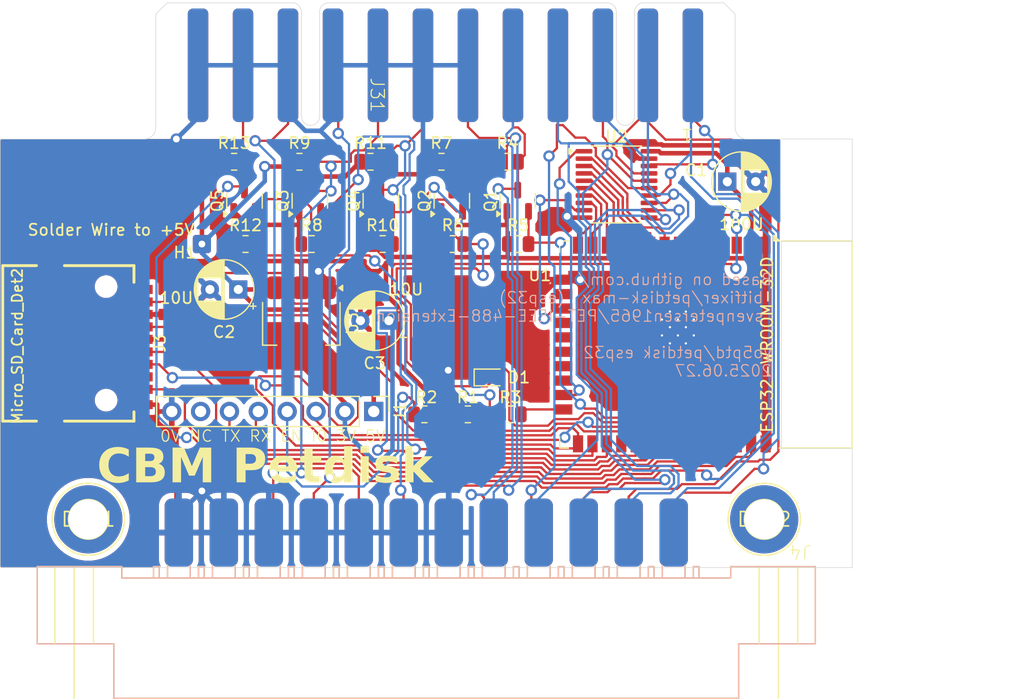
<source format=kicad_pcb>
(kicad_pcb (version 20241229) (generator "pcbnew") (generator_version "9.0")
  (layers (0 "F.Cu" signal) (2 "B.Cu" signal) (13 "F.Paste" user) (15 "B.Paste" user) (5 "F.SilkS" user "F.Silkscreen") (7 "B.SilkS" user "B.Silkscreen") (1 "F.Mask" user) (3 "B.Mask" user) (25 "Edge.Cuts" user))
  (net 0 "")
  (net 1 "GND")
  (net 2 "VCC")
  (net 3 "Net-(D1-A)")
  (net 7 "/ports/EOI")
  (net 8 "/ports/DAV")
  (net 9 "/ports/NDAC")
  (net 10 "/ports/NRFD")
  (net 11 "/ports/ATN")
  (net 12 "+5V")
  (net 23 "/ports/DIO4")
  (net 24 "/ports/DIO2")
  (net 25 "/ports/DIO1")
  (net 26 "/ports/DIO7")
  (net 27 "/ports/DIO5")
  (net 28 "/ports/DIO6")
  (net 29 "/ports/DIO8")
  (net 30 "/ports/DIO3")
  (net 32 "/ports/SQR")
  (net 34 "/ports/IFC")
  (net 35 "/ports/REN")
  (net 36 "/TXD")
  (net 37 "/RXD")
  (net 38 "/EN")
  (net 39 "/IO0")
  (net 40 "/CD")
  (net 41 "/CS")
  (net 42 "/SCK")
  (net 43 "/MOSI")
  (net 44 "/MISO")
  (net 45 "/B_EOI")
  (net 46 "/B_DAV")
  (net 47 "/B_NDAC")
  (net 48 "/B_NRFD")
  (net 49 "/B_ATN")
  (net 50 "/LED")
  (net 51 "/DATADIR")
  (net 52 "/BDATA2")
  (net 53 "/BDATA7")
  (net 54 "/BDATA1")
  (net 55 "/BDATA4")
  (net 56 "/BDATA5")
  (net 57 "/BDATA3")
  (net 58 "/BDATA6")
  (net 59 "/BDATA0")
  (footprint "Resistor_SMD:R_0805_2012Metric" (layer "F.Cu") (at 109.0875 52.25)
    (property "Reference" "R7")
    (property "Value" "10K")
  )
  (footprint "Resistor_SMD:R_0805_2012Metric" (layer "F.Cu") (at 97.6625 59.5)
    (property "Reference" "R8")
    (property "Value" "10K")
  )
  (footprint "Package_TO_SOT_SMD:SOT-23" (layer "F.Cu") (at 115.8 55.6875 90)
    (property "Reference" "Q1")
    (property "Value" "BSS138")
  )
  (footprint "Capacitor_THT:CP_Radial_D5.0mm_P2.50mm" (layer "F.Cu") (at 104.455113 66.25 180)
    (property "Reference" "C3")
    (property "Value" "10U")
  )
  (footprint "Resistor_SMD:R_0805_2012Metric" (layer "F.Cu") (at 102.8375 52.25)
    (property "Reference" "R11")
    (property "Value" "10K")
  )
  (footprint "Resistor_SMD:R_0805_2012Metric" (layer "F.Cu") (at 91.8375 59.5)
    (property "Reference" "R12")
    (property "Value" "10K")
  )
  (footprint "Capacitor_THT:CP_Radial_D5.0mm_P2.50mm" (layer "F.Cu") (at 91.205113 63.5 180)
    (property "Reference" "C2")
    (property "Value" "10U")
  )
  (footprint "Library:TF-SMD_TF-013" (layer "F.Cu") (at 78.716 68.25 -90)
    (property "Reference" "J3")
    (property "Value" "Micro_SD_Card_Det2")
  )
  (footprint "RF_Module:ESP32-WROOM-32D" (layer "F.Cu") (at 129.37 68.35 -90)
    (property "Reference" "U1")
    (property "Value" "ESP32-WROOM-32D")
  )
  (footprint "Package_TO_SOT_SMD:SOT-23" (layer "F.Cu") (at 97.5 55.6875 90)
    (property "Reference" "Q3")
    (property "Value" "BSS138")
  )
  (footprint "Resistor_SMD:R_0805_2012Metric" (layer "F.Cu") (at 96.5875 52.25)
    (property "Reference" "R9")
    (property "Value" "10K")
  )
  (footprint "Resistor_SMD:R_0805_2012Metric" (layer "F.Cu") (at 103.9125 59.5)
    (property "Reference" "R10")
    (property "Value" "10K")
  )
  (footprint "LED_SMD:LED_0603_1608Metric" (layer "F.Cu") (at 113.45 71.25)
    (property "Reference" "D1")
    (property "Value" "LED")
  )
  (footprint "Library:USERPORT" (layer "F.Cu") (at 107.75 87.9182 180)
    (property "Reference" "J4")
    (property "Value" "PET_IEEE")
  )
  (footprint "Package_TO_SOT_SMD:SOT-223-3_TabPin2" (layer "F.Cu") (at 96.75 66.5 -90)
    (property "Reference" "U3")
    (property "Value" "AMS1117-3.3")
  )
  (footprint "Package_TO_SOT_SMD:SOT-23" (layer "F.Cu") (at 110 55.6875 90)
    (property "Reference" "Q2")
    (property "Value" "BSS138")
  )
  (footprint "Resistor_SMD:R_0805_2012Metric" (layer "F.Cu") (at 114.9125 52.25)
    (property "Reference" "R4")
    (property "Value" "10K")
  )
  (footprint "Library:PET_IEEE_M" (layer "F.Cu") (at 109.44 38.25 180)
    (property "Reference" "J31")
    (property "Value" "PET_IEEE_M")
    (fp_line (start 25.5 -1) (end 25.5 -11) (stroke (width 0.05)) (layer "Edge.Cuts"))
    (fp_line (start 25.5 -1) (end 24.5 0) (stroke (width 0.05)) (layer "Edge.Cuts"))
    (fp_line (start 24.5 0) (end 13.48 0) (stroke (width 0.05)) (layer "Edge.Cuts"))
    (fp_line (start 12.68 -10) (end 12.68 -0.8) (stroke (width 0.05)) (layer "Edge.Cuts"))
    (fp_line (start 11.08 -0.8) (end 11.08 -10) (stroke (width 0.05)) (layer "Edge.Cuts"))
    (fp_line (start -14.24 0) (end 10.28 0) (stroke (width 0.05)) (layer "Edge.Cuts"))
    (fp_line (start -15.04 -10) (end -15.04 -0.8) (stroke (width 0.05)) (layer "Edge.Cuts"))
    (fp_line (start -16.64 -0.8) (end -16.64 -10) (stroke (width 0.05)) (layer "Edge.Cuts"))
    (fp_line (start -22.88 0) (end -17.44 0) (stroke (width 0.05)) (layer "Edge.Cuts"))
    (fp_line (start -22.88 0) (end -24.5 0) (stroke (width 0.05)) (layer "Edge.Cuts"))
    (fp_line (start -25.5 -1) (end -24.5 0) (stroke (width 0.05)) (layer "Edge.Cuts"))
    (fp_line (start -25.5 -1) (end -25.5 -11) (stroke (width 0.05)) (layer "Edge.Cuts"))
    (fp_arc (start 25.5 -11) (mid 25.792893 -11.707107) (end 26.5 -12) (stroke (width 0.05)) (layer "Edge.Cuts"))
    (fp_arc (start 13.48 0) (mid 12.914315 -0.234315) (end 12.68 -0.8) (stroke (width 0.05)) (layer "Edge.Cuts"))
    (fp_arc (start 11.88 -10.8) (mid 12.445685 -10.565685) (end 12.68 -10) (stroke (width 0.05)) (layer "Edge.Cuts"))
    (fp_arc (start 11.08 -0.8) (mid 10.845685 -0.234315) (end 10.28 0) (stroke (width 0.05)) (layer "Edge.Cuts"))
    (fp_arc (start 11.08 -10) (mid 11.314315 -10.565685) (end 11.88 -10.8) (stroke (width 0.05)) (layer "Edge.Cuts"))
    (fp_arc (start -14.24 0) (mid -14.805685 -0.234315) (end -15.04 -0.8) (stroke (width 0.05)) (layer "Edge.Cuts"))
    (fp_arc (start -15.84 -10.8) (mid -15.274315 -10.565685) (end -15.04 -10) (stroke (width 0.05)) (layer "Edge.Cuts"))
    (fp_arc (start -16.64 -0.8) (mid -16.874315 -0.234315) (end -17.44 0) (stroke (width 0.05)) (layer "Edge.Cuts"))
    (fp_arc (start -16.64 -10) (mid -16.405685 -10.565685) (end -15.84 -10.8) (stroke (width 0.05)) (layer "Edge.Cuts"))
    (fp_arc (start -26.5 -12) (mid -25.792893 -11.707107) (end -25.5 -11) (stroke (width 0.05)) (layer "Edge.Cuts"))
  )
  (footprint "Resistor_SMD:R_0805_2012Metric" (layer "F.Cu") (at 110.0875 59.5)
    (property "Reference" "R6")
    (property "Value" "10K")
  )
  (footprint "Resistor_SMD:R_0805_2012Metric" (layer "F.Cu") (at 115.8375 59.5)
    (property "Reference" "R5")
    (property "Value" "10K")
  )
  (footprint "Resistor_SMD:R_0805_2012Metric" (layer "F.Cu") (at 115.1625 74.5 180)
    (property "Reference" "R3")
    (property "Value" "1K")
  )
  (footprint "Package_TO_SOT_SMD:SOT-23" (layer "F.Cu") (at 91.75 55.6875 90)
    (property "Reference" "Q5")
    (property "Value" "BSS138")
  )
  (footprint "Resistor_SMD:R_0805_2012Metric" (layer "F.Cu") (at 111.4125 74.5)
    (property "Reference" "R1")
    (property "Value" "12K")
  )
  (footprint "Connector_Wire:SolderWire-0.1sqmm_1x01_D0.4mm_OD1mm" (layer "F.Cu") (at 88 59.5)
    (property "Reference" "H1")
    (property "Value" "Solder Wire to +5V")
  )
  (footprint "Package_SO:TSSOP-20_4.4x6.5mm_P0.65mm" (layer "F.Cu") (at 124.5 54.25)
    (property "Reference" "U2")
    (property "Value" "SN74LVC245APW")
  )
  (footprint "Resistor_SMD:R_0805_2012Metric" (layer "F.Cu") (at 90.8375 52.25)
    (property "Reference" "R13")
    (property "Value" "10K")
  )
  (footprint "Library:BOHR3,5" (layer "F.Cu") (at 137.5 83.75)
    (property "Reference" "DRL2")
    (property "Value" "BOHR3,5")
  )
  (footprint "Connector_PinHeader_2.54mm:PinHeader_1x08_P2.54mm_Vertical" (layer "F.Cu") (at 103.125 74.25 -90)
    (property "Reference" "J1")
    (property "Value" "Conn_01x08")
  )
  (footprint "Library:BOHR3,5" (layer "F.Cu") (at 78 83.75)
    (property "Reference" "DRL1")
    (property "Value" "BOHR3,5")
  )
  (footprint "Resistor_SMD:R_0805_2012Metric" (layer "F.Cu") (at 107.5875 74.5 180)
    (property "Reference" "R2")
    (property "Value" "12K")
  )
  (footprint "Package_TO_SOT_SMD:SOT-23" (layer "F.Cu") (at 103.75 55.6875 90)
    (property "Reference" "Q4")
    (property "Value" "BSS138")
  )
  (footprint "Capacitor_THT:CP_Radial_D5.0mm_P2.50mm" (layer "F.Cu") (at 134.25 54)
    (property "Reference" "C1")
    (property "Value" "100U")
  )
  (gr_line (start 145.25 77.5) (end 139 77.5) (stroke (width 0.05)) (layer "Edge.Cuts"))
  (gr_line (start 70.25 50.25) (end 82.94 50.25) (stroke (width 0.05)) (layer "Edge.Cuts"))
  (gr_line (start 70.25 50.25) (end 70.25 88) (stroke (width 0.05)) (layer "Edge.Cuts"))
  (gr_line (start 130 88) (end 70.25 88) (stroke (width 0.05)) (layer "Edge.Cuts"))
  (gr_line (start 145.25 59.25) (end 145.25 50.25) (stroke (width 0.05)) (layer "Edge.Cuts"))
  (gr_line (start 145.25 88) (end 145.25 77.5) (stroke (width 0.05)) (layer "Edge.Cuts"))
  (gr_line (start 135.94 50.25) (end 145.25 50.25) (stroke (width 0.05)) (layer "Edge.Cuts"))
  (gr_line (start 139 77.5) (end 139 59.25) (stroke (width 0.05)) (layer "Edge.Cuts"))
  (gr_line (start 130 88) (end 145.25 88) (stroke (width 0.05)) (layer "Edge.Cuts"))
  (gr_line (start 145.25 59.25) (end 139 59.25) (stroke (width 0.05)) (layer "Edge.Cuts"))
  (gr_text "0V NC TX RX EN I0 3V 5V" (at 84.25 77 0) (layer "F.SilkS") (effects (font (size 1 1) (thickness 0.1)) (justify left bottom)))
  (gr_text "CBM Petdisk" (at 78.75 81 0) (layer "F.SilkS") (effects (font (size 3 3) (thickness 0.6) (bold yes)) (justify left bottom)))
  (gr_text "Based on github.com/\n bitfixer/petdisk-max  (esp32)\n svenpetersen1965/PET-IEEE-488-Extension \n\nyo5ptd/petdisk esp32 \n2025.06.27" (at 138.25 71.25 0) (layer "B.SilkS") (effects (font (size 1 1) (thickness 0.1)) (justify left bottom mirror)))
  (segment (start 112.6625 71.25) (end 112.6625 69.2985) (width 0.4) (layer "F.Cu") (net 1))
  (segment (start 130.6 65.45) (end 131.3 65.45) (width 0.4) (layer "F.Cu") (net 1))
  (segment (start 123.0565 62.64) (end 125.8665 65.45) (width 0.4) (layer "F.Cu") (net 1))
  (segment (start 131.3 66.15) (end 129.9 66.15) (width 0.4) (layer "F.Cu") (net 1))
  (segment (start 137.62 75.9483) (end 137.62 75.0815) (width 0.4) (layer "F.Cu") (net 1))
  (segment (start 131.3 68.25) (end 131.3 69.1017) (width 0.4) (layer "F.Cu") (net 1))
  (segment (start 131.3 65.45) (end 133.5136 65.45) (width 0.4) (layer "F.Cu") (net 1))
  (segment (start 109.6825 70.6163) (end 110.3162 71.25) (width 0.4) (layer "F.Cu") (net 1))
  (segment (start 87.66 48.34) (end 87.66 43.75) (width 0.4) (layer "F.Cu") (net 1))
  (segment (start 85.76 84.4325) (end 85.97 84.6425) (width 0.4) (layer "F.Cu") (net 1))
  (segment (start 84.0677 75.3501) (end 74.666 75.3501) (width 0.4) (layer "F.Cu") (net 1))
  (segment (start 128.474 50.724) (end 126.514708 50.724) (width 0.4) (layer "F.Cu") (net 1))
  (segment (start 78.0642 65.6998) (end 74.666 62.3016) (width 0.4) (layer "F.Cu") (net 1))
  (segment (start 129.2 68.25) (end 128.5 68.25) (width 0.4) (layer "F.Cu") (net 1))
  (segment (start 121.6375 57.175) (end 120.2638 57.175) (width 0.4) (layer "F.Cu") (net 1))
  (segment (start 85.345 75.645) (end 85.76 76.06) (width 0.4) (layer "F.Cu") (net 1))
  (segment (start 83.4169 73.65) (end 84.0677 73.65) (width 0.4) (layer "F.Cu") (net 1))
  (segment (start 137.62 54.8325) (end 137.62 59.6) (width 0.4) (layer "F.Cu") (net 1))
  (segment (start 131.275 66.825) (end 131.3 66.85) (width 0.4) (layer "F.Cu") (net 1))
  (segment (start 130.6 68.25) (end 131.3 68.25) (width 0.4) (layer "F.Cu") (net 1))
  (segment (start 137.62 59.6) (end 137.62 60.7517) (width 0.4) (layer "F.Cu") (net 1))
  (segment (start 129.9 65.45) (end 129.2 65.45) (width 0.4) (layer "F.Cu") (net 1))
  (segment (start 74.666 61.1499) (end 74.666 62.3016) (width 0.4) (layer "F.Cu") (net 1))
  (segment (start 84.0677 73.65) (end 84.0677 74.25) (width 0.4) (layer "F.Cu") (net 1))
  (segment (start 131.6402 69.1017) (end 131.3 69.1017) (width 0.4) (layer "F.Cu") (net 1))
  (segment (start 85.345 74.25) (end 84.0677 74.25) (width 0.4) (layer "F.Cu") (net 1))
  (segment (start 130.6 66.825) (end 129.925 66.825) (width 0.4) (layer "F.Cu") (net 1))
  (segment (start 82.766 73.65) (end 81.4643 73.65) (width 0.4) (layer "F.Cu") (net 1))
  (segment (start 99.8463 63.5) (end 101.85 63.5) (width 0.4) (layer "F.Cu") (net 1))
  (segment (start 85.76 77.7167) (end 85.76 84.4325) (width 0.4) (layer "F.Cu") (net 1))
  (segment (start 137.62 77.1) (end 137.62 75.9483) (width 0.4) (layer "F.Cu") (net 1))
  (segment (start 125.8665 65.45) (end 128.5 65.45) (width 0.4) (layer "F.Cu") (net 1))
  (segment (start 126.514708 50.724) (end 126 51.238708) (width 0.4) (layer "F.Cu") (net 1))
  (segment (start 136.7875 54) (end 137.62 54.8325) (width 0.4) (layer "F.Cu") (net 1))
  (segment (start 136.75 54) (end 133.552 50.802) (width 0.4) (layer "F.Cu") (net 1))
  (segment (start 128.5 66.85) (end 128.525 66.825) (width 0.4) (layer "F.Cu") (net 1))
  (segment (start 82.766 65.6998) (end 81.4658 65.6998) (width 0.4) (layer "F.Cu") (net 1))
  (segment (start 126 51.5) (end 126.475 51.975) (width 0.4) (layer "F.Cu") (net 1))
  (segment (start 86.6502 65.6998) (end 88.85 63.5) (width 0.4) (layer "F.Cu") (net 1))
  (segment (start 81.4643 65.7013) (end 81.4658 65.6998) (width 0.4) (layer "F.Cu") (net 1))
  (segment (start 101.85 63.5) (end 101.955113 63.605113) (width 0.4) (layer "F.Cu") (net 1))
  (segment (start 85.76 76.06) (end 85.76 77.7167) (width 0.4) (layer "F.Cu") (net 1))
  (segment (start 129.2 66.825) (end 129.875 66.825) (width 0.4) (layer "F.Cu") (net 1))
  (segment (start 130.6 68.25) (end 129.9 68.25) (width 0.4) (layer "F.Cu") (net 1))
  (segment (start 129.2 65.45) (end 128.5 65.45) (width 0.4) (layer "F.Cu") (net 1))
  (segment (start 128.525 66.825) (end 129.2 66.825) (width 0.4) (layer "F.Cu") (net 1))
  (segment (start 85.97 83.28) (end 88 81.25) (width 0.4) (layer "F.Cu") (net 1))
  (segment (start 99.05 62.7037) (end 99.05 63.35) (width 0.4) (layer "F.Cu") (net 1))
  (segment (start 81.4643 73.65) (end 81.4643 65.7013) (width 0.4) (layer "F.Cu") (net 1))
  (segment (start 129.875 66.825) (end 129.9 66.85) (width 0.4) (layer "F.Cu") (net 1))
  (segment (start 98.25 61.9037) (end 99.8463 63.5) (width 0.4) (layer "F.Cu") (net 1))
  (segment (start 128.5 66.15) (end 129.9 66.15) (width 0.4) (layer "F.Cu") (net 1))
  (segment (start 81.4658 65.6998) (end 78.0642 65.6998) (width 0.4) (layer "F.Cu") (net 1))
  (segment (start 82.766 65.6998) (end 84.0677 65.6998) (width 0.4) (layer "F.Cu") (net 1))
  (segment (start 137.62 75.0815) (end 131.6402 69.1017) (width 0.4) (layer "F.Cu") (net 1))
  (segment (start 85.75 50.25) (end 87.66 48.34) (width 0.4) (layer "F.Cu") (net 1))
  (segment (start 130.6 65.45) (end 129.9 65.45) (width 0.4) (layer "F.Cu") (net 1))
  (segment (start 128.552 50.802) (end 128.474 50.724) (width 0.4) (layer "F.Cu") (net 1))
  (segment (start 98.25 61.9037) (end 99.05 62.7037) (width 0.4) (layer "F.Cu") (net 1))
  (segment (start 119.86 62.64) (end 119.321 62.64) (width 0.4) (layer "F.Cu") (net 1))
  (segment (start 130.6 66.825) (end 131.275 66.825) (width 0.4) (layer "F.Cu") (net 1))
  (segment (start 84.0677 74.25) (end 84.0677 75.3501) (width 0.4) (layer "F.Cu") (net 1))
  (segment (start 129.925 66.825) (end 129.9 66.85) (width 0.4) (layer "F.Cu") (net 1))
  (segment (start 126.475 51.975) (end 127.3625 51.975) (width 0.4) (layer "F.Cu") (net 1))
  (segment (start 85.345 74.25) (end 85.345 75.645) (width 0.4) (layer "F.Cu") (net 1))
  (segment (start 101.955113 63.605113) (end 101.955113 66.25) (width 0.4) (layer "F.Cu") (net 1))
  (segment (start 137.62 61.3436) (end 137.62 60.7517) (width 0.4) (layer "F.Cu") (net 1))
  (segment (start 84.0677 65.6998) (end 86.6502 65.6998) (width 0.4) (layer "F.Cu") (net 1))
  (segment (start 126 51.238708) (end 126 51.5) (width 0.4) (layer "F.Cu") (net 1))
  (segment (start 83.4169 73.65) (end 82.766 73.65) (width 0.4) (layer "F.Cu") (net 1))
  (segment (start 112.6625 69.2985) (end 119.321 62.64) (width 0.4) (layer "F.Cu") (net 1))
  (segment (start 85.97 84.6425) (end 85.97 84.9182) (width 0.4) (layer "F.Cu") (net 1))
  (segment (start 120.2638 57.175) (end 120.1473 57.0585) (width 0.4) (layer "F.Cu") (net 1))
  (segment (start 85.97 84.6425) (end 85.97 83.28) (width 0.4) (layer "F.Cu") (net 1))
  (segment (start 129.9 68.25) (end 129.2 68.25) (width 0.4) (layer "F.Cu") (net 1))
  (segment (start 121.3 62.64) (end 123.0565 62.64) (width 0.4) (layer "F.Cu") (net 1))
  (segment (start 121.3 62.64) (end 119.86 62.64) (width 0.4) (layer "F.Cu") (net 1))
  (segment (start 110.3162 71.25) (end 112.6625 71.25) (width 0.4) (layer "F.Cu") (net 1))
  (segment (start 133.5136 65.45) (end 137.62 61.3436) (width 0.4) (layer "F.Cu") (net 1))
  (segment (start 133.552 50.802) (end 128.552 50.802) (width 0.4) (layer "F.Cu") (net 1))
  (via (at 88 81.25) (size 1) (drill 0.6) (layers "F.Cu" "B.Cu") (net 1))
  (via (at 120.1473 57.0585) (size 1) (drill 0.6) (layers "F.Cu" "B.Cu") (net 1))
  (via (at 121.3 62.64) (size 1) (drill 0.6) (layers "F.Cu" "B.Cu") (net 1))
  (via (at 98.25 61.9037) (size 1) (drill 0.6) (layers "F.Cu" "B.Cu") (net 1))
  (via (at 109.6825 70.6163) (size 1) (drill 0.6) (layers "F.Cu" "B.Cu") (net 1))
  (via (at 85.75 50.25) (size 1) (drill 0.6) (layers "F.Cu" "B.Cu") (net 1))
  (segment (start 109.6825 70.6163) (end 107.46 68.3938) (width 0.4) (layer "B.Cu") (net 1))
  (segment (start 99.54 48.4132) (end 98.4312 49.522) (width 0.4) (layer "B.Cu") (net 1))
  (segment (start 89.93 84.9182) (end 93.89 84.9182) (width 0.4) (layer "B.Cu") (net 1))
  (segment (start 101.81 84.9182) (end 101.81 85.7183) (width 0.4) (layer "B.Cu") (net 1))
  (segment (start 91.62 43.75) (end 95.58 43.75) (width 0.4) (layer "B.Cu") (net 1))
  (segment (start 98.4312 49.522) (end 97.1053 49.522) (width 0.4) (layer "B.Cu") (net 1))
  (segment (start 100.4487 51.5395) (end 98.4312 49.522) (width 0.4) (layer "B.Cu") (net 1))
  (segment (start 97.1053 49.522) (end 95.58 47.9967) (width 0.4) (layer "B.Cu") (net 1))
  (segment (start 87.66 48.34) (end 87.66 43.75) (width 0.4) (layer "B.Cu") (net 1))
  (segment (start 129.9 66.15) (end 129.9 66.825) (width 0.4) (layer "B.Cu") (net 1))
  (segment (start 129.9 66.825) (end 129.9 67.55) (width 0.4) (layer "B.Cu") (net 1))
  (segment (start 107.46 43.75) (end 111.42 43.75) (width 0.4) (layer "B.Cu") (net 1))
  (segment (start 86.2457 83.0043) (end 86.2457 84.6425) (width 0.4) (layer "B.Cu") (net 1))
  (segment (start 85.75 50.25) (end 87.66 48.34) (width 0.4) (layer "B.Cu") (net 1))
  (segment (start 89.6543 82.9043) (end 89.6543 84.6425) (width 0.4) (layer "B.Cu") (net 1))
  (segment (start 129.2 66.825) (end 129.2 65.45) (width 0.4) (layer "B.Cu") (net 1))
  (segment (start 128.5 66.15) (end 128.5 67.55) (width 0.4) (layer "B.Cu") (net 1))
  (segment (start 109.6825 84.9182) (end 109.73 84.9182) (width 0.4) (layer "B.Cu") (net 1))
  (segment (start 121.3 62.64) (end 121.3 58.2112) (width 0.4) (layer "B.Cu") (net 1))
  (segment (start 105.77 84.9182) (end 101.81 84.9182) (width 0.4) (layer "B.Cu") (net 1))
  (segment (start 107.46 68.3938) (end 107.46 43.75) (width 0.4) (layer "B.Cu") (net 1))
  (segment (start 98.25 61.9037) (end 100.4487 59.705) (width 0.4) (layer "B.Cu") (net 1))
  (segment (start 89.6543 84.6425) (end 89.93 84.9182) (width 0.4) (layer "B.Cu") (net 1))
  (segment (start 129.9 66.825) (end 130.6 66.825) (width 0.4) (layer "B.Cu") (net 1))
  (segment (start 95.58 47.9967) (end 95.58 43.75) (width 0.4) (layer "B.Cu") (net 1))
  (segment (start 88 81.25) (end 89.6543 82.9043) (width 0.4) (layer "B.Cu") (net 1))
  (segment (start 103.5 43.75) (end 107.46 43.75) (width 0.4) (layer "B.Cu") (net 1))
  (segment (start 121.3 58.2112) (end 120.1473 57.0585) (width 0.4) (layer "B.Cu") (net 1))
  (segment (start 129.2 66.825) (end 129.2 68.25) (width 0.4) (layer "B.Cu") (net 1))
  (segment (start 88 81.25) (end 86.2457 83.0043) (width 0.4) (layer "B.Cu") (net 1))
  (segment (start 100.4487 59.705) (end 100.4487 51.5395) (width 0.4) (layer "B.Cu") (net 1))
  (segment (start 86.2457 84.6425) (end 85.97 84.9182) (width 0.4) (layer "B.Cu") (net 1))
  (segment (start 99.54 43.75) (end 103.5 43.75) (width 0.4) (layer "B.Cu") (net 1))
  (segment (start 131.3 66.15) (end 131.3 67.55) (width 0.4) (layer "B.Cu") (net 1))
  (segment (start 109.6825 84.9182) (end 109.6825 70.6163) (width 0.4) (layer "B.Cu") (net 1))
  (segment (start 97.85 85.6437) (end 97.85 84.9182) (width 0.4) (layer "B.Cu") (net 1))
  (segment (start 97.85 84.9182) (end 101.81 84.9182) (width 0.4) (layer "B.Cu") (net 1))
  (segment (start 105.77 84.9182) (end 109.6825 84.9182) (width 0.4) (layer "B.Cu") (net 1))
  (segment (start 93.89 84.9182) (end 97.85 84.9182) (width 0.4) (layer "B.Cu") (net 1))
  (segment (start 99.54 43.75) (end 99.54 48.4132) (width 0.4) (layer "B.Cu") (net 1))
  (segment (start 87.66 43.75) (end 91.62 43.75) (width 0.4) (layer "B.Cu") (net 1))
  (segment (start 97.404379 61.0037) (end 97.819421 61.0037) (width 0.4) (layer "F.Cu") (net 2))
  (segment (start 136.35 59.6) (end 136.35 60.7517) (width 0.4) (layer "F.Cu") (net 2))
  (segment (start 114.925 60.6588) (end 109.4267 60.6588) (width 0.4) (layer "F.Cu") (net 2))
  (segment (start 96.55 57.808) (end 96.55 56.625) (width 0.4) (layer "F.Cu") (net 2))
  (segment (start 91.983 58.442) (end 91.983 57.808) (width 0.4) (layer "F.Cu") (net 2))
  (segment (start 104.115138 61.360139) (end 104.2017 61.273577) (width 0.4) (layer "F.Cu") (net 2))
  (segment (start 96.75 61.25) (end 96.75 63.35) (width 0.4) (layer "F.Cu") (net 2))
  (segment (start 82.766 67.9) (end 87.1586 67.9) (width 0.4) (layer "F.Cu") (net 2))
  (segment (start 87.1586 67.9) (end 88.9086 69.65) (width 0.4) (layer "F.Cu") (net 2))
  (segment (start 133.265407 51.5) (end 134.25 52.484593) (width 0.4) (layer "F.Cu") (net 2))
  (segment (start 134.25 52.484593) (end 134.25 54) (width 0.4) (layer "F.Cu") (net 2))
  (segment (start 102.840931 61.887932) (end 103.387932 61.887932) (width 0.4) (layer "F.Cu") (net 2))
  (segment (start 103.587345 61.887932) (end 104.115138 61.360139) (width 0.4) (layer "F.Cu") (net 2))
  (segment (start 104.75 60.6354) (end 105.75 60.6354) (width 0.4) (layer "F.Cu") (net 2))
  (segment (start 108.5 73.1838) (end 105.3162 70) (width 0.4) (layer "F.Cu") (net 2))
  (segment (start 93.54518 61.0037) (end 93.96022 61.0037) (width 0.4) (layer "F.Cu") (net 2))
  (segment (start 114.925 57.8971) (end 114.85 57.8221) (width 0.4) (layer "F.Cu") (net 2))
  (segment (start 105.3162 70) (end 105.3162 65.0662) (width 0.4) (layer "F.Cu") (net 2))
  (segment (start 114.925 59.5) (end 114.925 57.8971) (width 0.4) (layer "F.Cu") (net 2))
  (segment (start 88.9086 69.65) (end 96.75 69.65) (width 0.4) (layer "F.Cu") (net 2))
  (segment (start 103 59.5) (end 102.8 59.3) (width 0.4) (layer "F.Cu") (net 2))
  (segment (start 91.983 57.808) (end 90.8 56.625) (width 0.4) (layer "F.Cu") (net 2))
  (segment (start 114.85 57.8221) (end 110.2471 57.8221) (width 0.4) (layer "F.Cu") (net 2))
  (segment (start 108.5 74.5) (end 108.5 73.1838) (width 0.4) (layer "F.Cu") (net 2))
  (segment (start 114.925 60.6588) (end 114.925 59.5) (width 0.4) (layer "F.Cu") (net 2))
  (segment (start 127.3625 51.325) (end 128.225058 51.325) (width 0.4) (layer "F.Cu") (net 2))
  (segment (start 102.8 59.3) (end 102.8 56.625) (width 0.4) (layer "F.Cu") (net 2))
  (segment (start 114.85 57.8221) (end 114.85 56.625) (width 0.4) (layer "F.Cu") (net 2))
  (segment (start 104.2017 63.9517) (end 104.2017 61.1837) (width 0.4) (layer "F.Cu") (net 2))
  (segment (start 90.925 59.5) (end 91.983 58.442) (width 0.4) (layer "F.Cu") (net 2))
  (segment (start 97.819421 61.0037) (end 102.313138 61.0037) (width 0.4) (layer "F.Cu") (net 2))
  (segment (start 136.35 56.1997) (end 134.2734 54.1231) (width 0.4) (layer "F.Cu") (net 2))
  (segment (start 136.35 59.6) (end 136.35 56.1997) (width 0.4) (layer "F.Cu") (net 2))
  (segment (start 109.4267 60.6588) (end 109.175 60.4071) (width 0.4) (layer "F.Cu") (net 2))
  (segment (start 109.175 60.4071) (end 108.9467 60.6354) (width 0.4) (layer "F.Cu") (net 2))
  (segment (start 96.75 59.5) (end 96.55 59.3) (width 0.4) (layer "F.Cu") (net 2))
  (segment (start 92.425 61) (end 93.541479 61) (width 0.4) (layer "F.Cu") (net 2))
  (segment (start 108.5 74.5) (end 110.5 74.5) (width 0.4) (layer "F.Cu") (net 2))
  (segment (start 110.2471 57.8221) (end 109.05 56.625) (width 0.4) (layer "F.Cu") (net 2))
  (segment (start 136.35 60.7517) (end 115.0179 60.7517) (width 0.4) (layer "F.Cu") (net 2))
  (segment (start 93.54518 61.0037) (end 93.545179 61.0037) (width 0.4) (layer "F.Cu") (net 2))
  (segment (start 109.175 59.5) (end 109.175 60.4071) (width 0.4) (layer "F.Cu") (net 2))
  (segment (start 93.96022 61.0037) (end 96.5037 61.0037) (width 0.4) (layer "F.Cu") (net 2))
  (segment (start 96.75 63.35) (end 96.75 61.0037) (width 0.4) (layer "F.Cu") (net 2))
  (segment (start 96.55 57.808) (end 91.983 57.808) (width 0.4) (layer "F.Cu") (net 2))
  (segment (start 102.313138 61.360139) (end 102.840931 61.887932) (width 0.4) (layer "F.Cu") (net 2))
  (segment (start 100.585 73.485) (end 100.585 74.25) (width 0.4) (layer "F.Cu") (net 2))
  (segment (start 103.387932 61.887932) (end 103.4443 61.9443) (width 0.4) (layer "F.Cu") (net 2))
  (segment (start 96.55 59.3) (end 96.55 57.808) (width 0.4) (layer "F.Cu") (net 2))
  (segment (start 103.530977 61.9443) (end 103.587345 61.887932) (width 0.4) (layer "F.Cu") (net 2))
  (segment (start 98.0492 69.65) (end 96.75 69.65) (width 0.4) (layer "F.Cu") (net 2))
  (segment (start 90.925 59.5) (end 92.425 61) (width 0.4) (layer "F.Cu") (net 2))
  (segment (start 96.75 61.0037) (end 97.404379 61.0037) (width 0.4) (layer "F.Cu") (net 2))
  (segment (start 96.5037 61.0037) (end 96.75 61.25) (width 0.4) (layer "F.Cu") (net 2))
  (segment (start 93.541479 61) (end 93.54518 61.0037) (width 0.4) (layer "F.Cu") (net 2))
  (segment (start 103.4443 61.9443) (end 103.530977 61.9443) (width 0.4) (layer "F.Cu") (net 2))
  (segment (start 104.2017 61.273577) (end 104.2017 61.1837) (width 0.4) (layer "F.Cu") (net 2))
  (segment (start 96.75 69.65) (end 100.585 73.485) (width 0.4) (layer "F.Cu") (net 2))
  (segment (start 128.225058 51.325) (end 128.400058 51.5) (width 0.4) (layer "F.Cu") (net 2))
  (segment (start 104.2017 61.1837) (end 104.75 60.6354) (width 0.4) (layer "F.Cu") (net 2))
  (segment (start 102.313138 61.0037) (end 102.313138 61.360139) (width 0.4) (layer "F.Cu") (net 2))
  (segment (start 103 59.5) (end 104.1354 60.6354) (width 0.4) (layer "F.Cu") (net 2))
  (segment (start 105.3162 65.0662) (end 104.2017 63.9517) (width 0.4) (layer "F.Cu") (net 2))
  (segment (start 104.1354 60.6354) (end 104.75 60.6354) (width 0.4) (layer "F.Cu") (net 2))
  (segment (start 128.400058 51.5) (end 133.265407 51.5) (width 0.4) (layer "F.Cu") (net 2))
  (segment (start 108.9467 60.6354) (end 105.75 60.6354) (width 0.4) (layer "F.Cu") (net 2))
  (segment (start 115.0179 60.7517) (end 114.925 60.6588) (width 0.4) (layer "F.Cu") (net 2))
  (via (at 134.2734 54.1231) (size 1) (drill 0.6) (layers "F.Cu" "B.Cu") (net 2))
  (segment (start 100.585 76.039971) (end 100.585 74.25) (width 0.4) (layer "B.Cu") (net 2))
  (segment (start 104.455113 66.25) (end 104.777 66.571887) (width 0.4) (layer "B.Cu") (net 2))
  (segment (start 104.777 77.619043) (end 103.843743 78.5523) (width 0.4) (layer "B.Cu") (net 2))
  (segment (start 103.843743 78.5523) (end 103.097329 78.5523) (width 0.4) (layer "B.Cu") (net 2))
  (segment (start 103.097329 78.5523) (end 100.585 76.039971) (width 0.4) (layer "B.Cu") (net 2))
  (segment (start 104.777 66.571887) (end 104.777 77.619043) (width 0.4) (layer "B.Cu") (net 2))
  (segment (start 134.2033 54.053) (end 134.2734 54.1231) (width 0.4) (layer "B.Cu") (net 2))
  (segment (start 114.25 74.5) (end 114.25 71.2625) (width 0.2) (layer "F.Cu") (net 3))
  (segment (start 114.25 71.2625) (end 114.2375 71.25) (width 0.2) (layer "F.Cu") (net 3))
  (segment (start 111.71 81.5789) (end 112.5789 81.5789) (width 0.2) (layer "F.Cu") (net 7))
  (segment (start 115.38 49.2261) (end 115.38 43.75) (width 0.2) (layer "F.Cu") (net 7))
  (segment (start 114.0814 54.6326) (end 115.6826 54.6326) (width 0.2) (layer "F.Cu") (net 7))
  (segment (start 112.8248 81.8248) (end 112.8248 84.053) (width 0.2) (layer "F.Cu") (net 7))
  (segment (start 115.825 52.25) (end 116.4172 51.6578) (width 0.2) (layer "F.Cu") (net 7))
  (segment (start 116.4172 49.8182) (end 115.8251 49.2261) (width 0.2) (layer "F.Cu") (net 7))
  (segment (start 112.8248 84.053) (end 113.69 84.9182) (width 0.2) (layer "F.Cu") (net 7))
  (segment (start 112.5789 81.5789) (end 112.8248 81.8248) (width 0.2) (layer "F.Cu") (net 7))
  (segment (start 115.6826 54.6326) (end 115.8 54.75) (width 0.2) (layer "F.Cu") (net 7))
  (segment (start 115.8251 49.2261) (end 115.38 49.2261) (width 0.2) (layer "F.Cu") (net 7))
  (segment (start 115.825 52.25) (end 115.825 54.725) (width 0.2) (layer "F.Cu") (net 7))
  (segment (start 116.4172 51.6578) (end 116.4172 49.8182) (width 0.2) (layer "F.Cu") (net 7))
  (segment (start 115.825 54.725) (end 115.8 54.75) (width 0.2) (layer "F.Cu") (net 7))
  (via (at 111.71 81.5789) (size 1) (drill 0.6) (layers "F.Cu" "B.Cu") (net 7))
  (via (at 114.0814 54.6326) (size 1) (drill 0.6) (layers "F.Cu" "B.Cu") (net 7))
  (segment (start 113.5239 80.954114) (end 115.3334 79.144614) (width 0.2) (layer "B.Cu") (net 7))
  (segment (start 114.931 62.0007) (end 114.931 55.4822) (width 0.2) (layer "B.Cu") (net 7))
  (segment (start 114.931 62.3329) (end 114.931 62.0007) (width 0.2) (layer "B.Cu") (net 7))
  (segment (start 115.3327 69.1002) (end 115.3327 62.7346) (width 0.2) (layer "B.Cu") (net 7))
  (segment (start 115.3327 69.4324) (end 115.3327 69.1002) (width 0.2) (layer "B.Cu") (net 7))
  (segment (start 115.0973 62.4992) (end 114.931 62.3329) (width 0.2) (layer "B.Cu") (net 7))
  (segment (start 115.3327 62.7346) (end 115.3322 62.7341) (width 0.2) (layer "B.Cu") (net 7))
  (segment (start 113.289 81.189014) (end 113.5239 80.954114) (width 0.2) (layer "B.Cu") (net 7))
  (segment (start 115.1659 62.5678) (end 115.0973 62.4992) (width 0.2) (layer "B.Cu") (net 7))
  (segment (start 115.3334 79.144614) (end 115.3334 69.4331) (width 0.2) (layer "B.Cu") (net 7))
  (segment (start 115.3322 62.7341) (end 115.1659 62.5678) (width 0.2) (layer "B.Cu") (net 7))
  (segment (start 114.931 55.4822) (end 114.0814 54.6326) (width 0.2) (layer "B.Cu") (net 7))
  (segment (start 115.3334 69.4331) (end 115.3327 69.4324) (width 0.2) (layer "B.Cu") (net 7))
  (segment (start 112.9211 81.5789) (end 113.289 81.211) (width 0.2) (layer "B.Cu") (net 7))
  (segment (start 113.289 81.211) (end 113.289 81.189014) (width 0.2) (layer "B.Cu") (net 7))
  (segment (start 111.71 81.5789) (end 112.9211 81.5789) (width 0.2) (layer "B.Cu") (net 7))
  (segment (start 115.5453 50.1503) (end 112.4003 50.1503) (width 0.2) (layer "F.Cu") (net 8))
  (segment (start 109.75 80.7789) (end 109.75 84.5271) (width 0.2) (layer "F.Cu") (net 8))
  (segment (start 109.73 84.5471) (end 109.73 84.9182) (width 0.2) (layer "F.Cu") (net 8))
  (segment (start 109.75 84.5271) (end 109.73 84.5471) (width 0.2) (layer "F.Cu") (net 8))
  (segment (start 111.42 49.17) (end 111.42 43.75) (width 0.2) (layer "F.Cu") (net 8))
  (segment (start 110 53.2784) (end 114.4884 53.2784) (width 0.2) (layer "F.Cu") (net 8))
  (segment (start 114.8371 52.9297) (end 114.8371 50.8585) (width 0.2) (layer "F.Cu") (net 8))
  (segment (start 112.4003 50.1503) (end 111.42 49.17) (width 0.2) (layer "F.Cu") (net 8))
  (segment (start 114.4884 53.2784) (end 114.8371 52.9297) (width 0.2) (layer "F.Cu") (net 8))
  (segment (start 115.6155 50.1503) (end 115.5453 50.1503) (width 0.2) (layer "F.Cu") (net 8))
  (segment (start 114.8371 50.8585) (end 115.5453 50.1503) (width 0.2) (layer "F.Cu") (net 8))
  (segment (start 115 81.1779) (end 114.601 80.7789) (width 0.2) (layer "F.Cu") (net 8))
  (segment (start 110 52.25) (end 110 53.2784) (width 0.2) (layer "F.Cu") (net 8))
  (segment (start 110 53.2784) (end 110 54.75) (width 0.2) (layer "F.Cu") (net 8))
  (segment (start 114.601 80.7789) (end 109.75 80.7789) (width 0.2) (layer "F.Cu") (net 8))
  (via (at 115 81.1779) (size 1) (drill 0.6) (layers "F.Cu" "B.Cu") (net 8))
  (via (at 115.6155 50.1503) (size 1) (drill 0.6) (layers "F.Cu" "B.Cu") (net 8))
  (segment (start 115.77 62.0368) (end 115.77 50.3048) (width 0.2) (layer "B.Cu") (net 8))
  (segment (start 115.9 62.1668) (end 115.77 62.0368) (width 0.2) (layer "B.Cu") (net 8))
  (segment (start 116.1354 62.4022) (end 115.9 62.1668) (width 0.2) (layer "B.Cu") (net 8))
  (segment (start 115.77 50.3048) (end 115.6155 50.1503) (width 0.2) (layer "B.Cu") (net 8))
  (segment (start 115 81.1779) (end 116.1354 80.0425) (width 0.2) (layer "B.Cu") (net 8))
  (segment (start 116.1354 80.0425) (end 116.1354 62.4022) (width 0.2) (layer "B.Cu") (net 8))
  (segment (start 115.9 62.1668) (end 115.77 62.0368) (width 0.2) (layer "B.Cu") (net 8))
  (segment (start 101.13375 79.2828) (end 101.134336 79.283386) (width 0.2) (layer "F.Cu") (net 9))
  (segment (start 101.134336 79.283386) (end 101.36865 79.5177) (width 0.2) (layer "F.Cu") (net 9))
  (segment (start 101.604136 79.753186) (end 101.81 79.95905) (width 0.2) (layer "F.Cu") (net 9))
  (segment (start 97.5 52.25) (end 101.1115 52.25) (width 0.2) (layer "F.Cu") (net 9))
  (segment (start 101.1115 52.25) (end 101.1115 51.56484) (width 0.2) (layer "F.Cu") (net 9))
  (segment (start 97.5698 54.8198) (end 99.3626 54.8198) (width 0.2) (layer "F.Cu") (net 9))
  (segment (start 97.9011 52.6511) (end 97.5 52.25) (width 0.2) (layer "F.Cu") (net 9))
  (segment (start 96.756146 79.6563) (end 97.155146 79.2573) (width 0.2) (layer "F.Cu") (net 9))
  (segment (start 102.251 51.249) (end 103.5 50) (width 0.2) (layer "F.Cu") (net 9))
  (segment (start 101.36865 79.5177) (end 101.369236 79.518286) (width 0.2) (layer "F.Cu") (net 9))
  (segment (start 101.369236 79.518286) (end 101.60355 79.7526) (width 0.2) (layer "F.Cu") (net 9))
  (segment (start 103.5 50) (end 103.5 43.75) (width 0.2) (layer "F.Cu") (net 9))
  (segment (start 101.60355 79.7526) (end 101.604136 79.753186) (width 0.2) (layer "F.Cu") (net 9))
  (segment (start 97.155146 79.2573) (end 101.10825 79.2573) (width 0.2) (layer "F.Cu") (net 9))
  (segment (start 101.42734 51.249) (end 102.251 51.249) (width 0.2) (layer "F.Cu") (net 9))
  (segment (start 101.81 79.95905) (end 101.81 84.9182) (width 0.2) (layer "F.Cu") (net 9))
  (segment (start 97.5 54.75) (end 97.5698 54.8198) (width 0.2) (layer "F.Cu") (net 9))
  (segment (start 101.1115 51.56484) (end 101.42734 51.249) (width 0.2) (layer "F.Cu") (net 9))
  (segment (start 101.10825 79.2573) (end 101.13375 79.2828) (width 0.2) (layer "F.Cu") (net 9))
  (via (at 99.3626 54.8198) (size 1) (drill 0.6) (layers "F.Cu" "B.Cu") (net 9))
  (via (at 99.3626 52.6511) (size 1) (drill 0.6) (layers "F.Cu" "B.Cu") (net 9))
  (via (at 96.756146 79.6563) (size 1) (drill 0.6) (layers "F.Cu" "B.Cu") (net 9))
  (segment (start 96.756146 79.6563) (end 96.756146 78.297546) (width 0.2) (layer "B.Cu") (net 9))
  (segment (start 96.75 78.2914) (end 96.75 57.4324) (width 0.2) (layer "B.Cu") (net 9))
  (segment (start 96.75 57.4324) (end 99.3626 54.8198) (width 0.2) (layer "B.Cu") (net 9))
  (segment (start 96.756146 78.297546) (end 96.75 78.2914) (width 0.2) (layer "B.Cu") (net 9))
  (segment (start 99.3626 52.6511) (end 99.3626 54.8198) (width 0.2) (layer "B.Cu") (net 9))
  (segment (start 105.75 81.4279) (end 105.75 84.8982) (width 0.2) (layer "F.Cu") (net 10))
  (segment (start 107.5 49.23) (end 105.8845 50.8455) (width 0.2) (layer "F.Cu") (net 10))
  (segment (start 107.5 43.79) (end 107.5 49.23) (width 0.2) (layer "F.Cu") (net 10))
  (segment (start 105.5 81.1779) (end 105.75 81.4279) (width 0.2) (layer "F.Cu") (net 10))
  (segment (start 105.1545 50.8455) (end 103.75 52.25) (width 0.2) (layer "F.Cu") (net 10))
  (segment (start 107.46 43.75) (end 107.5 43.79) (width 0.2) (layer "F.Cu") (net 10))
  (segment (start 103.7802 54.7198) (end 103.75 54.75) (width 0.2) (layer "F.Cu") (net 10))
  (segment (start 105.8845 50.8455) (end 105.1545 50.8455) (width 0.2) (layer "F.Cu") (net 10))
  (segment (start 105.75 84.8982) (end 105.77 84.9182) (width 0.2) (layer "F.Cu") (net 10))
  (segment (start 104.8269 54.7198) (end 103.7802 54.7198) (width 0.2) (layer "F.Cu") (net 10))
  (via (at 105.5 81.1779) (size 1) (drill 0.6) (layers "F.Cu" "B.Cu") (net 10))
  (via (at 104.8269 54.7198) (size 1) (drill 0.6) (layers "F.Cu" "B.Cu") (net 10))
  (via (at 105.8845 50.8455) (size 1) (drill 0.6) (layers "F.Cu" "B.Cu") (net 10))
  (segment (start 105.556113 67.351) (end 105.556113 65.149) (width 0.2) (layer "B.Cu") (net 10))
  (segment (start 105.5 81.1779) (end 105.5 78.171663) (width 0.2) (layer "B.Cu") (net 10))
  (segment (start 105.679 74.25) (end 106.478 73.451) (width 0.2) (layer "B.Cu") (net 10))
  (segment (start 105.679 77.992664) (end 105.679 74.25) (width 0.2) (layer "B.Cu") (net 10))
  (segment (start 105.8845 50.8455) (end 105.8845 53.6622) (width 0.2) (layer "B.Cu") (net 10))
  (segment (start 105.5 65.149) (end 105.5 55.3929) (width 0.2) (layer "B.Cu") (net 10))
  (segment (start 105.5 55.3929) (end 104.8269 54.7198) (width 0.2) (layer "B.Cu") (net 10))
  (segment (start 106.478 71.978) (end 105.5 71) (width 0.2) (layer "B.Cu") (net 10))
  (segment (start 105.5 71) (end 105.5 67.351) (width 0.2) (layer "B.Cu") (net 10))
  (segment (start 105.8845 53.6622) (end 104.8269 54.7198) (width 0.2) (layer "B.Cu") (net 10))
  (segment (start 106.478 73.451) (end 106.478 71.978) (width 0.2) (layer "B.Cu") (net 10))
  (segment (start 105.5 78.171663) (end 105.679 77.992664) (width 0.2) (layer "B.Cu") (net 10))
  (segment (start 105.5 67.351) (end 105.556113 67.351) (width 0.2) (layer "B.Cu") (net 10))
  (segment (start 105.556113 65.149) (end 105.5 65.149) (width 0.2) (layer "B.Cu") (net 10))
  (segment (start 89.93 79.2471) (end 89.93 84.9182) (width 0.2) (layer "F.Cu") (net 11))
  (segment (start 91.62 52.12) (end 91.75 52.25) (width 0.2) (layer "F.Cu") (net 11))
  (segment (start 86.659999 76.54137) (end 87.22427 76.54137) (width 0.2) (layer "F.Cu") (net 11))
  (segment (start 91.4227 52.5773) (end 91.75 52.25) (width 0.2) (layer "F.Cu") (net 11))
  (segment (start 91.75 54.75) (end 91.4227 54.4227) (width 0.2) (layer "F.Cu") (net 11))
  (segment (start 91.62 43.75) (end 91.62 52.12) (width 0.2) (layer "F.Cu") (net 11))
  (segment (start 91.4227 54.4227) (end 90.2687 54.4227) (width 0.2) (layer "F.Cu") (net 11))
  (segment (start 91.4227 54.4227) (end 91.4227 52.5773) (width 0.2) (layer "F.Cu") (net 11))
  (segment (start 89.7053 79.0224) (end 89.93 79.2471) (width 0.2) (layer "F.Cu") (net 11))
  (segment (start 87.22427 76.54137) (end 89.7053 79.0224) (width 0.2) (layer "F.Cu") (net 11))
  (via (at 90.2687 54.4227) (size 1) (drill 0.6) (layers "F.Cu" "B.Cu") (net 11))
  (via (at 86.659999 76.54137) (size 1) (drill 0.6) (layers "F.Cu" "B.Cu") (net 11))
  (segment (start 84 60.6914) (end 90.2687 54.4227) (width 0.2) (layer "B.Cu") (net 11))
  (segment (start 86.659999 76.54137) (end 86.00861 76.54137) (width 0.2) (layer "B.Cu") (net 11))
  (segment (start 84 74.53276) (end 84 60.6914) (width 0.2) (layer "B.Cu") (net 11))
  (segment (start 86.00861 76.54137) (end 84 74.53276) (width 0.2) (layer "B.Cu") (net 11))
  (segment (start 103.125 70.83352) (end 97.563924 65.272444) (width 0.4) (layer "F.Cu") (net 12))
  (segment (start 94.45 63.35) (end 94.3 63.5) (width 0.4) (layer "F.Cu") (net 12))
  (segment (start 112.8969 51.1469) (end 109.2781 51.1469) (width 0.4) (layer "F.Cu") (net 12))
  (segment (start 96.9778 53.5528) (end 100.6222 53.5528) (width 0.4) (layer "F.Cu") (net 12))
  (segment (start 107.0723 53.3527) (end 103.0277 53.3527) (width 0.4) (layer "F.Cu") (net 12))
  (segment (start 91.205113 63.5) (end 92.352557 64.647443) (width 0.4) (layer "F.Cu") (net 12))
  (segment (start 95.675 52.25) (end 96.9778 53.5528) (width 0.4) (layer "F.Cu") (net 12))
  (segment (start 114 52.25) (end 112.8969 51.1469) (width 0.4) (layer "F.Cu") (net 12))
  (segment (start 88 54.175) (end 89.925 52.25) (width 0.4) (layer "F.Cu") (net 12))
  (segment (start 103.125 70.83352) (end 103.125 74.25) (width 0.4) (layer "F.Cu") (net 12))
  (segment (start 95.2532 52.6718) (end 95.675 52.25) (width 0.4) (layer "F.Cu") (net 12))
  (segment (start 109.2781 51.1469) (end 108.175 52.25) (width 0.4) (layer "F.Cu") (net 12))
  (segment (start 100.6222 53.5528) (end 101.925 52.25) (width 0.4) (layer "F.Cu") (net 12))
  (segment (start 93.5332 52.6718) (end 95.2532 52.6718) (width 0.4) (layer "F.Cu") (net 12))
  (segment (start 94.3 63.5) (end 90.75 63.5) (width 0.4) (layer "F.Cu") (net 12))
  (segment (start 108.175 52.25) (end 107.0723 53.3527) (width 0.4) (layer "F.Cu") (net 12))
  (segment (start 103.0277 53.3527) (end 101.925 52.25) (width 0.4) (layer "F.Cu") (net 12))
  (segment (start 97.563924 65.272444) (end 92.977558 65.272444) (width 0.4) (layer "F.Cu") (net 12))
  (segment (start 92.977558 65.272444) (end 92.352557 64.647443) (width 0.4) (layer "F.Cu") (net 12))
  (segment (start 88 59.5) (end 88 54.175) (width 0.4) (layer "F.Cu") (net 12))
  (via (at 93.5332 52.6718) (size 1) (drill 0.6) (layers "F.Cu" "B.Cu") (net 12))
  (segment (start 93.5332 53.9668) (end 88 59.5) (width 0.4) (layer "B.Cu") (net 12))
  (segment (start 88 59.5) (end 88 60.294887) (width 0.4) (layer "B.Cu") (net 12))
  (segment (start 88 60.294887) (end 91.205113 63.5) (width 0.4) (layer "B.Cu") (net 12))
  (segment (start 93.5332 52.6718) (end 93.5332 53.9668) (width 0.4) (layer "B.Cu") (net 12))
  (segment (start 127.3625 54.575) (end 125.5208 54.575) (width 0.2) (layer "F.Cu") (net 23))
  (segment (start 119.34 49.0249) (end 119.34 48.0976) (width 0.2) (layer "F.Cu") (net 23))
  (segment (start 122.676 51.7302) (end 122.676 51.05613) (width 0.2) (layer "F.Cu") (net 23))
  (segment (start 122.676 51.05613) (end 121.74487 50.125) (width 0.2) (layer "F.Cu") (net 23))
  (segment (start 120.875 50.125) (end 119.7749 49.0249) (width 0.2) (layer "F.Cu") (net 23))
  (segment (start 117.65 83.9451) (end 117.65 84.9182) (width 0.2) (layer "F.Cu") (net 23))
  (segment (start 121.74487 50.125) (end 120.875 50.125) (width 0.2) (layer "F.Cu") (net 23))
  (segment (start 118.5573 51.75) (end 119.25 51.0573) (width 0.2) (layer "F.Cu") (net 23))
  (segment (start 125.5208 54.575) (end 122.676 51.7302) (width 0.2) (layer "F.Cu") (net 23))
  (segment (start 117 83.2951) (end 117.65 83.9451) (width 0.2) (layer "F.Cu") (net 23))
  (segment (start 119.25 51.0573) (end 119.25 49) (width 0.2) (layer "F.Cu") (net 23))
  (segment (start 119.34 48.91) (end 119.34 48.0976) (width 0.2) (layer "F.Cu") (net 23))
  (segment (start 119.7749 49.0249) (end 119.34 49.0249) (width 0.2) (layer "F.Cu") (net 23))
  (segment (start 119.25 49) (end 119.34 48.91) (width 0.2) (layer "F.Cu") (net 23))
  (segment (start 119.34 48.0976) (end 119.34 43.75) (width 0.2) (layer "F.Cu") (net 23))
  (segment (start 117 81.1779) (end 117 83.2951) (width 0.2) (layer "F.Cu") (net 23))
  (via (at 117 81.1779) (size 1) (drill 0.6) (layers "F.Cu" "B.Cu") (net 23))
  (via (at 118.5573 51.75) (size 1) (drill 0.6) (layers "F.Cu" "B.Cu") (net 23))
  (segment (start 119.0325 79.1454) (end 117 81.1779) (width 0.2) (layer "B.Cu") (net 23))
  (segment (start 118.5573 58.25) (end 118.5573 61.0248) (width 0.2) (layer "B.Cu") (net 23))
  (segment (start 119.0325 61.5) (end 119.0325 79.1454) (width 0.2) (layer "B.Cu") (net 23))
  (segment (start 118.5573 61.0248) (end 119.0325 61.5) (width 0.2) (layer "B.Cu") (net 23))
  (segment (start 118.5573 51.75) (end 118.5573 58.25) (width 0.2) (layer "B.Cu") (net 23))
  (segment (start 118.5573 58.25) (end 118.5573 60.3766) (width 0.2) (layer "B.Cu") (net 23))
  (segment (start 134.60805 50.301) (end 138.751 54.44395) (width 0.2) (layer "F.Cu") (net 24))
  (segment (start 124.104979 50.895021) (end 127.26 47.74) (width 0.2) (layer "F.Cu") (net 24))
  (segment (start 124.492087 51.282129) (end 124.104979 50.895021) (width 0.2) (layer "F.Cu") (net 24))
  (segment (start 138.022 78.5) (end 137.111485 78.5) (width 0.2) (layer "F.Cu") (net 24))
  (segment (start 138.751 54.44395) (end 138.751 77.771) (width 0.2) (layer "F.Cu") (net 24))
  (segment (start 124.492087 51.742087) (end 124.492087 51.282129) (width 0.2) (layer "F.Cu") (net 24))
  (segment (start 126.025 53.275) (end 124.492087 51.742087) (width 0.2) (layer "F.Cu") (net 24))
  (segment (start 127.26 47.74) (end 127.26 43.75) (width 0.2) (layer "F.Cu") (net 24))
  (segment (start 135.138625 78.651) (end 133.136625 80.653) (width 0.2) (layer "F.Cu") (net 24))
  (segment (start 126.261764 81.058236) (end 125.57 81.75) (width 0.2) (layer "F.Cu") (net 24))
  (segment (start 127.3625 53.275) (end 126.025 53.275) (width 0.2) (layer "F.Cu") (net 24))
  (segment (start 127.26 43.75) (end 127.26 48.749999) (width 0.2) (layer "F.Cu") (net 24))
  (segment (start 128.811001 50.301) (end 134.60805 50.301) (width 0.2) (layer "F.Cu") (net 24))
  (segment (start 133.136625 80.653) (end 130.25 80.653) (width 0.2) (layer "F.Cu") (net 24))
  (segment (start 138.751 77.771) (end 138.022 78.5) (width 0.2) (layer "F.Cu") (net 24))
  (segment (start 136.960485 78.651) (end 135.138625 78.651) (width 0.2) (layer "F.Cu") (net 24))
  (segment (start 130.25 80.653) (end 129.844764 81.058236) (width 0.2) (layer "F.Cu") (net 24))
  (segment (start 125.57 81.75) (end 125.57 84.9182) (width 0.2) (layer "F.Cu") (net 24))
  (segment (start 129.844764 81.058236) (end 126.261764 81.058236) (width 0.2) (layer "F.Cu") (net 24))
  (segment (start 127.26 48.749999) (end 128.811001 50.301) (width 0.2) (layer "F.Cu") (net 24))
  (segment (start 137.111485 78.5) (end 136.960485 78.651) (width 0.2) (layer "F.Cu") (net 24))
  (segment (start 129.53 82.22) (end 130.349 81.401) (width 0.2) (layer "F.Cu") (net 25))
  (segment (start 129.53 84.9182) (end 129.53 82.22) (width 0.2) (layer "F.Cu") (net 25))
  (segment (start 132.9712 52.48) (end 127.5075 52.48) (width 0.2) (layer "F.Cu") (net 25))
  (segment (start 127.5075 52.48) (end 127.3625 52.625) (width 0.2) (layer "F.Cu") (net 25))
  (segment (start 130.349 81.401) (end 134.549521 81.401) (width 0.2) (layer "F.Cu") (net 25))
  (segment (start 132.25 49.5) (end 131.22 48.47) (width 0.2) (layer "F.Cu") (net 25))
  (segment (start 134.549521 81.401) (end 136.650521 79.3) (width 0.2) (layer "F.Cu") (net 25))
  (segment (start 136.650521 79.3) (end 137.444271 79.3) (width 0.2) (layer "F.Cu") (net 25))
  (segment (start 131.22 48.47) (end 131.22 43.75) (width 0.2) (layer "F.Cu") (net 25))
  (via (at 132.9712 52.48) (size 1) (drill 0.6) (layers "F.Cu" "B.Cu") (net 25))
  (via (at 132.25 49.5) (size 1) (drill 0.6) (layers "F.Cu" "B.Cu") (net 25))
  (via (at 137.444271 79.3) (size 1) (drill 0.6) (layers "F.Cu" "B.Cu") (net 25))
  (segment (start 138.75 58.5) (end 135.351 55.101) (width 0.2) (layer "B.Cu") (net 25))
  (segment (start 135.351 55.101) (end 133.149 55.101) (width 0.2) (layer "B.Cu") (net 25))
  (segment (start 137.444271 79.3) (end 137.444271 77.941979) (width 0.2) (layer "B.Cu") (net 25))
  (segment (start 132.9712 50.2212) (end 132.9712 52.48) (width 0.2) (layer "B.Cu") (net 25))
  (segment (start 133.149 52.899) (end 132.9712 52.7212) (width 0.2) (layer "B.Cu") (net 25))
  (segment (start 137.444271 77.941979) (end 138.75 76.63625) (width 0.2) (layer "B.Cu") (net 25))
  (segment (start 138.75 76.63625) (end 138.75 58.5) (width 0.2) (layer "B.Cu") (net 25))
  (segment (start 133.149 55.101) (end 133.149 52.899) (width 0.2) (layer "B.Cu") (net 25))
  (segment (start 132.9712 52.7212) (end 132.9712 52.48) (width 0.2) (layer "B.Cu") (net 25))
  (segment (start 132.25 49.5) (end 132.9712 50.2212) (width 0.2) (layer "B.Cu") (net 25))
  (segment (start 129.975 56.525) (end 130 56.5) (width 0.2) (layer "F.Cu") (net 26))
  (segment (start 127.3625 56.525) (end 129.975 56.525) (width 0.2) (layer "F.Cu") (net 26))
  (via (at 130 56.5) (size 1) (drill 0.6) (layers "F.Cu" "B.Cu") (net 26))
  (segment (start 126.859 51.8009) (end 126.859 54.4377) (width 0.2) (layer "B.Cu") (net 26))
  (segment (start 129.555236 80.589022) (end 129.086022 81.058236) (width 0.2) (layer "B.Cu") (net 26))
  (segment (start 122.903 63.4812) (end 121.802 64.5822) (width 0.2) (layer "B.Cu") (net 26))
  (segment (start 129.6098 57.673386) (end 129.140586 58.1426) (width 0.2) (layer "B.Cu") (net 26))
  (segment (start 122.469964 81.058236) (end 121.61 81.9182) (width 0.2) (layer "B.Cu") (net 26))
  (segment (start 126.834414 56.5) (end 123.75 56.5) (width 0.2) (layer "B.Cu") (net 26))
  (segment (start 123.75 56.5) (end 122.59076 57.65924) (width 0.2) (layer "B.Cu") (net 26))
  (segment (start 122.603 57.671479) (end 122.603 61.1678) (width 0.2) (layer "B.Cu") (net 26))
  (segment (start 123.3 43.75) (end 123.3 48.2419) (width 0.2) (layer "B.Cu") (net 26))
  (segment (start 125.956236 79.456236) (end 129.086022 79.456236) (width 0.2) (layer "B.Cu") (net 26))
  (segment (start 128.477014 58.1426) (end 126.834414 56.5) (width 0.2) (layer "B.Cu") (net 26))
  (segment (start 121.802 64.5822) (end 121.802 70.6678) (width 0.2) (layer "B.Cu") (net 26))
  (segment (start 122.903 61.4678) (end 122.903 63.4812) (width 0.2) (layer "B.Cu") (net 26))
  (segment (start 129 56.5) (end 129.5 56.5) (width 0.2) (layer "B.Cu") (net 26))
  (segment (start 123.603 77.103) (end 125.956236 79.456236) (width 0.2) (layer "B.Cu") (net 26))
  (segment (start 129.140586 58.1426) (end 130 57.283186) (width 0.2) (layer "B.Cu") (net 26))
  (segment (start 123.3 48.2419) (end 126.859 51.8009) (width 0.2) (layer "B.Cu") (net 26))
  (segment (start 129.086022 79.456236) (end 129.555236 79.92545) (width 0.2) (layer "B.Cu") (net 26))
  (segment (start 128.9213 56.5) (end 129 56.5) (width 0.2) (layer "B.Cu") (net 26))
  (segment (start 129.086022 81.058236) (end 122.469964 81.058236) (width 0.2) (layer "B.Cu") (net 26))
  (segment (start 121.61 81.9182) (end 121.61 84.9182) (width 0.2) (layer "B.Cu") (net 26))
  (segment (start 121.802 70.6678) (end 123.603 72.4688) (width 0.2) (layer "B.Cu") (net 26))
  (segment (start 129.140586 58.1426) (end 128.477014 58.1426) (width 0.2) (layer "B.Cu") (net 26))
  (segment (start 122.603 61.1678) (end 122.903 61.4678) (width 0.2) (layer "B.Cu") (net 26))
  (segment (start 129.5 56.5) (end 130 56.5) (width 0.2) (layer "B.Cu") (net 26))
  (segment (start 129.555236 79.92545) (end 129.555236 80.589022) (width 0.2) (layer "B.Cu") (net 26))
  (segment (start 123.603 72.4688) (end 123.603 77.103) (width 0.2) (layer "B.Cu") (net 26))
  (segment (start 126.859 54.4377) (end 128.9213 56.5) (width 0.2) (layer "B.Cu") (net 26))
  (segment (start 122.59076 57.65924) (end 122.603 57.671479) (width 0.2) (layer "B.Cu") (net 26))
  (segment (start 130 57.283186) (end 130 56.5) (width 0.2) (layer "B.Cu") (net 26))
  (segment (start 129.25 54.2578) (end 128.2828 55.225) (width 0.2) (layer "F.Cu") (net 27))
  (segment (start 128.2828 55.225) (end 127.3625 55.225) (width 0.2) (layer "F.Cu") (net 27))
  (segment (start 129.25 53.28) (end 129.25 54.2578) (width 0.2) (layer "F.Cu") (net 27))
  (via (at 129.25 53.28) (size 1) (drill 0.6) (layers "F.Cu" "B.Cu") (net 27))
  (segment (start 135.1849 55.502) (end 132.9829 55.502) (width 0.2) (layer "B.Cu") (net 27))
  (segment (start 131.03 51.5) (end 131.054405 51.5) (width 0.2) (layer "B.Cu") (net 27))
  (segment (start 129.25 53.28) (end 131.03 51.5) (width 0.2) (layer "B.Cu") (net 27))
  (segment (start 133.514156 81) (end 138.349 76.165156) (width 0.2) (layer "B.Cu") (net 27))
  (segment (start 132.9829 55.502) (end 131.054405 53.573505) (width 0.2) (layer "B.Cu") (net 27))
  (segment (start 131.22 48.6731) (end 131.22 43.75) (width 0.2) (layer "B.Cu") (net 27))
  (segment (start 129.53 84.9182) (end 129.53 82.22) (width 0.2) (layer "B.Cu") (net 27))
  (segment (start 138.349 58.6661) (end 135.1849 55.502) (width 0.2) (layer "B.Cu") (net 27))
  (segment (start 131.054405 53.573505) (end 131.054405 51.5) (width 0.2) (layer "B.Cu") (net 27))
  (segment (start 131.054405 48.838695) (end 131.22 48.6731) (width 0.2) (layer "B.Cu") (net 27))
  (segment (start 129.53 82.22) (end 130.75 81) (width 0.2) (layer "B.Cu") (net 27))
  (segment (start 138.349 76.165156) (end 138.349 58.6661) (width 0.2) (layer "B.Cu") (net 27))
  (segment (start 131.054405 49.60275) (end 131.054405 48.838695) (width 0.2) (layer "B.Cu") (net 27))
  (segment (start 130.75 81) (end 133.514156 81) (width 0.2) (layer "B.Cu") (net 27))
  (segment (start 131.054405 51.5) (end 131.054405 49.60275) (width 0.2) (layer "B.Cu") (net 27))
  (segment (start 128.8634 55.875) (end 127.3625 55.875) (width 0.2) (layer "F.Cu") (net 28))
  (segment (start 129.530642 55.207758) (end 128.8634 55.875) (width 0.2) (layer "F.Cu") (net 28))
  (segment (start 129.530642 55.10853) (end 129.530642 55.207758) (width 0.2) (layer "F.Cu") (net 28))
  (via (at 129.530642 55.10853) (size 1) (drill 0.6) (layers "F.Cu" "B.Cu") (net 28))
  (segment (start 123.004 61.0017) (end 123.304 61.3017) (width 0.2) (layer "B.Cu") (net 28))
  (segment (start 130.10853 55.10853) (end 130.801 55.801) (width 0.2) (layer "B.Cu") (net 28))
  (segment (start 123.8171 57) (end 123.004 57.8131) (width 0.2) (layer "B.Cu") (net 28))
  (segment (start 128.09693 55.10853) (end 127.26 54.2716) (width 0.2) (layer "B.Cu") (net 28))
  (segment (start 129.530642 55.10853) (end 128.09693 55.10853) (width 0.2) (layer "B.Cu") (net 28))
  (segment (start 129.252122 79.055236) (end 129.956236 79.75935) (width 0.2) (layer "B.Cu") (net 28))
  (segment (start 122.203 70.5017) (end 124.004 72.3027) (width 0.2) (layer "B.Cu") (net 28))
  (segment (start 129.530642 55.10853) (end 130.10853 55.10853) (width 0.2) (layer "B.Cu") (net 28))
  (segment (start 127.26 54.2716) (end 127.26 43.75) (width 0.2) (layer "B.Cu") (net 28))
  (segment (start 124.004 72.3027) (end 124.004 76.754) (width 0.2) (layer "B.Cu") (net 28))
  (segment (start 126.767314 57) (end 123.8171 57) (width 0.2) (layer "B.Cu") (net 28))
  (segment (start 129.252122 81.459236) (end 126.5 81.459236) (width 0.2) (layer "B.Cu") (net 28))
  (segment (start 129.306686 58.5436) (end 128.310914 58.5436) (width 0.2) (layer "B.Cu") (net 28))
  (segment (start 129.956236 80.755122) (end 129.252122 81.459236) (width 0.2) (layer "B.Cu") (net 28))
  (segment (start 122.203 64.7483) (end 122.203 70.5017) (width 0.2) (layer "B.Cu") (net 28))
  (segment (start 123.004 57.8131) (end 123.004 61.0017) (width 0.2) (layer "B.Cu") (net 28))
  (segment (start 123.304 63.6473) (end 122.203 64.7483) (width 0.2) (layer "B.Cu") (net 28))
  (segment (start 125.57 82.389236) (end 125.57 84.9182) (width 0.2) (layer "B.Cu") (net 28))
  (segment (start 130.801 57.049286) (end 129.306686 58.5436) (width 0.2) (layer "B.Cu") (net 28))
  (segment (start 130.801 55.801) (end 130.801 57.049286) (width 0.2) (layer "B.Cu") (net 28))
  (segment (start 126.305236 79.055236) (end 129.252122 79.055236) (width 0.2) (layer "B.Cu") (net 28))
  (segment (start 128.310914 58.5436) (end 126.767314 57) (width 0.2) (layer "B.Cu") (net 28))
  (segment (start 124.004 76.754) (end 126.305236 79.055236) (width 0.2) (layer "B.Cu") (net 28))
  (segment (start 129.956236 79.75935) (end 129.956236 80.755122) (width 0.2) (layer "B.Cu") (net 28))
  (segment (start 126.5 81.459236) (end 125.57 82.389236) (width 0.2) (layer "B.Cu") (net 28))
  (segment (start 123.304 61.3017) (end 123.304 63.6473) (width 0.2) (layer "B.Cu") (net 28))
  (segment (start 127.5291 57.3416) (end 127.3625 57.175) (width 0.2) (layer "F.Cu") (net 29))
  (segment (start 128.8088 57.3416) (end 127.5291 57.3416) (width 0.2) (layer "F.Cu") (net 29))
  (via (at 128.8088 57.3416) (size 1) (drill 0.6) (layers "F.Cu" "B.Cu") (net 29))
  (segment (start 120.289 54) (end 120.289 50.6259) (width 0.2) (layer "B.Cu") (net 29))
  (segment (start 125.1169 50.6259) (end 124 50.6259) (width 0.2) (layer "B.Cu") (net 29))
  (segment (start 120.289 50.6259) (end 124 50.6259) (width 0.2) (layer "B.Cu") (net 29))
  (segment (start 122.801 76.7672) (end 122.801 72.801) (width 0.2) (layer "B.Cu") (net 29))
  (segment (start 122.101 61.8) (end 121.801 61.5) (width 0.2) (layer "B.Cu") (net 29))
  (segment (start 128.8088 57.3416) (end 125.8124 54.3452) (width 0.2) (layer "B.Cu") (net 29))
  (segment (start 117.65 84.9182) (end 117.65 81.9182) (width 0.2) (layer "B.Cu") (net 29))
  (segment (start 125.8124 51.3214) (end 125.1169 50.6259) (width 0.2) (layer "B.Cu") (net 29))
  (segment (start 121 71) (end 121 64.25) (width 0.2) (layer "B.Cu") (net 29))
  (segment (start 122.101 62.971786) (end 122.101 62.308214) (width 0.2) (layer "B.Cu") (net 29))
  (segment (start 125.8124 54.3452) (end 125.8124 51.3214) (width 0.2) (layer "B.Cu") (net 29))
  (segment (start 122.101 62.308214) (end 122.101 61.8) (width 0.2) (layer "B.Cu") (net 29))
  (segment (start 122.801 72.801) (end 121 71) (width 0.2) (layer "B.Cu") (net 29))
  (segment (start 121.801 58.41872) (end 121.801 58.00368) (width 0.2) (layer "B.Cu") (net 29))
  (segment (start 121.801 58.00368) (end 121.801 58.003679) (width 0.2) (layer "B.Cu") (net 29))
  (segment (start 121.14866 57.35134) (end 121.14866 54.85966) (width 0.2) (layer "B.Cu") (net 29))
  (segment (start 121.507521 57.7102) (end 121.14866 57.35134) (width 0.2) (layer "B.Cu") (net 29))
  (segment (start 121.801 61.5) (end 121.801 58.41872) (width 0.2) (layer "B.Cu") (net 29))
  (segment (start 124 50.6259) (end 119.6259 50.6259) (width 0.2) (layer "B.Cu") (net 29))
  (segment (start 117.65 81.9182) (end 122.801 76.7672) (width 0.2) (layer "B.Cu") (net 29))
  (segment (start 122.101 63.149) (end 122.101 62.971786) (width 0.2) (layer "B.Cu") (net 29))
  (segment (start 121 64.25) (end 122.101 63.149) (width 0.2) (layer "B.Cu") (net 29))
  (segment (start 119.34 50.34) (end 119.34 43.75) (width 0.2) (layer "B.Cu") (net 29))
  (segment (start 121.14866 54.85966) (end 120.289 54) (width 0.2) (layer "B.Cu") (net 29))
  (segment (start 121.801 58.00368) (end 121.507521 57.7102) (width 0.2) (layer "B.Cu") (net 29))
  (segment (start 119.6259 50.6259) (end 119.34 50.34) (width 0.2) (layer "B.Cu") (net 29))
  (segment (start 127.8902 80.557) (end 128.454472 80.557) (width 0.2) (layer "F.Cu") (net 30))
  (segment (start 123.3 50.0266) (end 123.3 43.75) (width 0.2) (layer "F.Cu") (net 30))
  (segment (start 124.0115 81.057) (end 124.4161 81.057) (width 0.2) (layer "F.Cu") (net 30))
  (segment (start 123.691087 50.417687) (end 123.3 50.0266) (width 0.2) (layer "F.Cu") (net 30))
  (segment (start 123.9437 81.1248) (end 124.0115 81.057) (width 0.2) (layer "F.Cu") (net 30))
  (segment (start 123.3766 81.3597) (end 123.7088 81.3597) (width 0.2) (layer "F.Cu") (net 30))
  (segment (start 124.9832 80.8221) (end 125.2483 80.557) (width 0.2) (layer "F.Cu") (net 30))
  (segment (start 127.3625 53.925) (end 126.002172 53.925) (width 0.2) (layer "F.Cu") (net 30))
  (segment (start 127.558 80.557) (end 127.8902 80.557) (width 0.2) (layer "F.Cu") (net 30))
  (segment (start 124.7483 81.057) (end 124.9832 80.8221) (width 0.2) (layer "F.Cu") (net 30))
  (segment (start 125.2483 80.557) (end 127.558 80.557) (width 0.2) (layer "F.Cu") (net 30))
  (segment (start 124.4161 81.057) (end 124.7483 81.057) (width 0.2) (layer "F.Cu") (net 30))
  (segment (start 123.7088 81.3597) (end 123.9437 81.1248) (width 0.2) (layer "F.Cu") (net 30))
  (segment (start 126.002172 53.925) (end 123.691087 51.613915) (width 0.2) (layer "F.Cu") (net 30))
  (segment (start 128.454472 80.557) (end 128.754236 80.257236) (width 0.2) (layer "F.Cu") (net 30))
  (segment (start 121.61 81.89) (end 122.1403 81.3597) (width 0.2) (layer "F.Cu") (net 30))
  (segment (start 121.61 84.9182) (end 121.61 81.89) (width 0.2) (layer "F.Cu") (net 30))
  (segment (start 123.691087 51.613915) (end 123.691087 50.417687) (width 0.2) (layer "F.Cu") (net 30))
  (segment (start 122.1403 81.3597) (end 123.3766 81.3597) (width 0.2) (layer "F.Cu") (net 30))
  (via (at 123.691087 51.613915) (size 1) (drill 0.6) (layers "F.Cu" "B.Cu") (net 30))
  (via (at 128.754236 80.257236) (size 1) (drill 0.6) (layers "F.Cu" "B.Cu") (net 30))
  (segment (start 121.401 64.4161) (end 122.502 63.3151) (width 0.2) (layer "B.Cu") (net 30))
  (segment (start 121.401 70.8339) (end 121.401 64.4161) (width 0.2) (layer "B.Cu") (net 30))
  (segment (start 122.502 61.6339) (end 122.202 61.3339) (width 0.2) (layer "B.Cu") (net 30))
  (segment (start 123.691087 52.884113) (end 121.54966 55.02554) (width 0.2) (layer "B.Cu") (net 30))
  (segment (start 121.54966 57.185241) (end 121.673621 57.3092) (width 0.2) (layer "B.Cu") (net 30))
  (segment (start 126.124628 80.257236) (end 123.202 77.334608) (width 0.2) (layer "B.Cu") (net 30))
  (segment (start 121.9671 57.602679) (end 121.9671 57.60268) (width 0.2) (layer "B.Cu") (net 30))
  (segment (start 121.54966 55.02554) (end 121.54966 57.185241) (width 0.2) (layer "B.Cu") (net 30))
  (segment (start 121.9671 57.60268) (end 121.673621 57.3092) (width 0.2) (layer "B.Cu") (net 30))
  (segment (start 123.202 72.6349) (end 121.401 70.8339) (width 0.2) (layer "B.Cu") (net 30))
  (segment (start 123.202 77.334608) (end 123.202 72.6349) (width 0.2) (layer "B.Cu") (net 30))
  (segment (start 128.754236 80.257236) (end 126.124628 80.257236) (width 0.2) (layer "B.Cu") (net 30))
  (segment (start 122.202 57.837579) (end 121.9671 57.602679) (width 0.2) (layer "B.Cu") (net 30))
  (segment (start 121.673621 57.3092) (end 121.67362 57.3092) (width 0.2) (layer "B.Cu") (net 30))
  (segment (start 122.502 63.3151) (end 122.502 61.6339) (width 0.2) (layer "B.Cu") (net 30))
  (segment (start 122.202 61.3339) (end 122.202 57.837579) (width 0.2) (layer "B.Cu") (net 30))
  (segment (start 123.691087 51.613915) (end 123.691087 52.884113) (width 0.2) (layer "B.Cu") (net 30))
  (segment (start 94.0995 50.4005) (end 92.685 50.4005) (width 0.2) (layer "F.Cu") (net 32))
  (segment (start 93.89 82.9215) (end 93.89 84.9182) (width 0.2) (layer "F.Cu") (net 32))
  (segment (start 95.58 43.75) (end 95.58 48.92) (width 0.2) (layer "F.Cu") (net 32))
  (segment (start 95.58 48.92) (end 94.0995 50.4005) (width 0.2) (layer "F.Cu") (net 32))
  (segment (start 94.27935 82.53215) (end 93.89 82.9215) (width 0.2) (layer "F.Cu") (net 32))
  (segment (start 94.27935 79.6563) (end 94.27935 82.53215) (width 0.2) (layer "F.Cu") (net 32))
  (via (at 94.27935 79.6563) (size 1) (drill 0.6) (layers "F.Cu" "B.Cu") (net 32))
  (via (at 92.685 50.4005) (size 1) (drill 0.6) (layers "F.Cu" "B.Cu") (net 32))
  (segment (start 94.27935 79.27935) (end 94.3851 79.1736) (width 0.2) (layer "B.Cu") (net 32))
  (segment (start 94.354 74.72676) (end 94.354 73.77324) (width 0.2) (layer "B.Cu") (net 32))
  (segment (start 94.27935 79.6563) (end 94.27935 79.27935) (width 0.2) (layer "B.Cu") (net 32))
  (segment (start 94.3851 79.1736) (end 94.3851 74.75786) (width 0.2) (layer "B.Cu") (net 32))
  (segment (start 94.3851 74.75786) (end 94.354 74.72676) (width 0.2) (layer "B.Cu") (net 32))
  (segment (start 94.354 73.77324) (end 94.3851 73.74214) (width 0.2) (layer "B.Cu") (net 32))
  (segment (start 94.3851 52.1006) (end 92.685 50.4005) (width 0.2) (layer "B.Cu") (net 32))
  (segment (start 94.3851 73.74214) (end 94.3851 52.1006) (width 0.2) (layer "B.Cu") (net 32))
  (segment (start 99.54 44.2684) (end 99.54 43.75) (width 0.2) (layer "F.Cu") (net 34))
  (segment (start 100 44.7284) (end 99.54 44.2684) (width 0.2) (layer "F.Cu") (net 34))
  (segment (start 99.25 80.0573) (end 97.85 81.4573) (width 0.2) (layer "F.Cu") (net 34))
  (segment (start 100 49.75) (end 100 44.7284) (width 0.2) (layer "F.Cu") (net 34))
  (segment (start 97.85 81.4573) (end 97.85 84.9182) (width 0.2) (layer "F.Cu") (net 34))
  (via (at 100 49.75) (size 1) (drill 0.6) (layers "F.Cu" "B.Cu") (net 34))
  (via (at 99.25 80.0573) (size 1) (drill 0.6) (layers "F.Cu" "B.Cu") (net 34))
  (segment (start 100.9504 50.7004) (end 100.9504 60) (width 0.2) (layer "B.Cu") (net 34))
  (segment (start 99.25 63.75) (end 99.25 62.7109) (width 0.2) (layer "B.Cu") (net 34))
  (segment (start 100 49.75) (end 100.9504 50.7004) (width 0.2) (layer "B.Cu") (net 34))
  (segment (start 99.25 80.0573) (end 99.25 63.75) (width 0.2) (layer "B.Cu") (net 34))
  (segment (start 99.25 63.75) (end 99.25 61.7004) (width 0.2) (layer "B.Cu") (net 34))
  (segment (start 99.25 61.7004) (end 100.9504 60) (width 0.2) (layer "B.Cu") (net 34))
  (segment (start 115.7337 69.2663) (end 115.7344 69.267) (width 0.2) (layer "B.Cu") (net 35))
  (segment (start 114.8138 49.8183) (end 115.3799 49.2522) (width 0.2) (layer "B.Cu") (net 35))
  (segment (start 114.8138 50.4823) (end 114.8138 49.8183) (width 0.2) (layer "B.Cu") (net 35))
  (segment (start 115.332 51.0005) (end 114.8138 50.4823) (width 0.2) (layer "B.Cu") (net 35))
  (segment (start 115.38 49.2522) (end 115.38 43.75) (width 0.2) (layer "B.Cu") (net 35))
  (segment (start 115.4983 62.3331) (end 115.332 62.1668) (width 0.2) (layer "B.Cu") (net 35))
  (segment (start 115.7344 69.267) (end 115.7344 79.310714) (width 0.2) (layer "B.Cu") (net 35))
  (segment (start 115.332 62.1668) (end 115.332 51.0005) (width 0.2) (layer "B.Cu") (net 35))
  (segment (start 115.4983 62.3331) (end 115.332 62.1668) (width 0.2) (layer "B.Cu") (net 35))
  (segment (start 115.7337 62.5685) (end 115.7337 69.2663) (width 0.2) (layer "B.Cu") (net 35))
  (segment (start 115.7344 79.310714) (end 113.69 81.355114) (width 0.2) (layer "B.Cu") (net 35))
  (segment (start 115.4983 62.3331) (end 115.7337 62.5685) (width 0.2) (layer "B.Cu") (net 35))
  (segment (start 113.69 81.355114) (end 113.69 84.9182) (width 0.2) (layer "B.Cu") (net 35))
  (segment (start 115.3799 49.2522) (end 115.38 49.2522) (width 0.2) (layer "B.Cu") (net 35))
  (segment (start 124.25 79.854) (end 123.5132 79.854) (width 0.2) (layer "F.Cu") (net 36))
  (segment (start 126.6883 79.3547) (end 124.9896 79.3547) (width 0.2) (layer "F.Cu") (net 36))
  (segment (start 118.245786 80.1567) (end 117.664986 79.5759) (width 0.2) (layer "F.Cu") (net 36))
  (segment (start 101.60655 78.0543) (end 91.3272 78.0543) (width 0.2) (layer "F.Cu") (net 36))
  (segment (start 124.75 79.354) (end 124.25 79.854) (width 0.2) (layer "F.Cu") (net 36))
  (segment (start 124.9889 79.354) (end 124.75 79.354) (width 0.2) (layer "F.Cu") (net 36))
  (segment (start 90.149 74.504) (end 90.3463 74.3067) (width 0.2) (layer "F.Cu") (net 36))
  (segment (start 90.039 74.504) (end 90.149 74.504) (width 0.2) (layer "F.Cu") (net 36))
  (segment (start 127.3919 79.354) (end 126.689 79.354) (width 0.2) (layer "F.Cu") (net 36))
  (segment (start 123.2105 80.1567) (end 118.245786 80.1567) (width 0.2) (layer "F.Cu") (net 36))
  (segment (start 103.12815 79.5759) (end 101.60655 78.0543) (width 0.2) (layer "F.Cu") (net 36))
  (segment (start 90.039 74.614) (end 90.039 74.504) (width 0.2) (layer "F.Cu") (net 36))
  (segment (start 128.0949 78.651) (end 127.3919 79.354) (width 0.2) (layer "F.Cu") (net 36))
  (segment (start 90.425 76.325) (end 90.425 75.5) (width 0.2) (layer "F.Cu") (net 36))
  (segment (start 91.3272 78.0543) (end 90.425 77.1521) (width 0.2) (layer "F.Cu") (net 36))
  (segment (start 124.9896 79.3547) (end 124.9889 79.354) (width 0.2) (layer "F.Cu") (net 36))
  (segment (start 133.81 77.1) (end 133.81 78.05) (width 0.2) (layer "F.Cu") (net 36))
  (segment (start 90.0261 74.6269) (end 90.039 74.614) (width 0.2) (layer "F.Cu") (net 36))
  (segment (start 90.425 77.1521) (end 90.425 75.5) (width 0.2) (layer "F.Cu") (net 36))
  (segment (start 133.209 78.651) (end 128.0949 78.651) (width 0.2) (layer "F.Cu") (net 36))
  (segment (start 133.81 78.05) (end 133.209 78.651) (width 0.2) (layer "F.Cu") (net 36))
  (segment (start 117.664986 79.5759) (end 103.12815 79.5759) (width 0.2) (layer "F.Cu") (net 36))
  (segment (start 126.689 79.354) (end 126.6883 79.3547) (width 0.2) (layer "F.Cu") (net 36))
  (segment (start 90.425 75.5) (end 90.425 74.25) (width 0.2) (layer "F.Cu") (net 36))
  (segment (start 123.5132 79.854) (end 123.2105 80.1567) (width 0.2) (layer "F.Cu") (net 36))
  (segment (start 126.5229 78.953) (end 127.2258 78.953) (width 0.2) (layer "F.Cu") (net 37))
  (segment (start 127.861 78.25) (end 132.34 78.25) (width 0.2) (layer "F.Cu") (net 37))
  (segment (start 117.5 79.1749) (end 117 79.1749) (width 0.2) (layer "F.Cu") (net 37))
  (segment (start 127.861 78.3178) (end 127.861 78.25) (width 0.2) (layer "F.Cu") (net 37))
  (segment (start 103.29425 79.1749) (end 101.77265 77.6533) (width 0.2) (layer "F.Cu") (net 37))
  (segment (start 101.77265 77.6533) (end 93.355614 77.6533) (width 0.2) (layer "F.Cu") (net 37))
  (segment (start 125.1557 78.9537) (end 126.5222 78.9537) (width 0.2) (layer "F.Cu") (net 37))
  (segment (start 117.8559 79.1749) (end 103.29425 79.1749) (width 0.2) (layer "F.Cu") (net 37))
  (segment (start 117.5 79.1749) (end 117.8559 79.1749) (width 0.2) (layer "F.Cu") (net 37))
  (segment (start 132.34 78.25) (end 132.54 78.05) (width 0.2) (layer "F.Cu") (net 37))
  (segment (start 92.75 77.047686) (end 92.75 74.465) (width 0.2) (layer "F.Cu") (net 37))
  (segment (start 124.55 78.953) (end 125.155 78.953) (width 0.2) (layer "F.Cu") (net 37))
  (segment (start 118.4367 79.7557) (end 123.0444 79.7557) (width 0.2) (layer "F.Cu") (net 37))
  (segment (start 123.3471 79.453) (end 124.05 79.453) (width 0.2) (layer "F.Cu") (net 37))
  (segment (start 117.8559 79.1749) (end 118.4367 79.7557) (width 0.2) (layer "F.Cu") (net 37))
  (segment (start 123.0444 79.7557) (end 123.3471 79.453) (width 0.2) (layer "F.Cu") (net 37))
  (segment (start 127.2258 78.953) (end 127.861 78.3178) (width 0.2) (layer "F.Cu") (net 37))
  (segment (start 126.5222 78.9537) (end 126.5229 78.953) (width 0.2) (layer "F.Cu") (net 37))
  (segment (start 124.05 79.453) (end 124.55 78.953) (width 0.2) (layer "F.Cu") (net 37))
  (segment (start 125.155 78.953) (end 125.1557 78.9537) (width 0.2) (layer "F.Cu") (net 37))
  (segment (start 132.54 78.05) (end 132.54 77.1) (width 0.2) (layer "F.Cu") (net 37))
  (segment (start 92.75 74.465) (end 92.965 74.25) (width 0.2) (layer "F.Cu") (net 37))
  (segment (start 93.355614 77.6533) (end 92.75 77.047686) (width 0.2) (layer "F.Cu") (net 37))
  (segment (start 111 75.5183) (end 107.6933 75.5183) (width 0.2) (layer "F.Cu") (net 38))
  (segment (start 135.08 58.1306) (end 135.08 59.6) (width 0.2) (layer "F.Cu") (net 38))
  (segment (start 134.601 61.2527) (end 111.2527 61.2527) (width 0.2) (layer "F.Cu") (net 38))
  (segment (start 106.25 73) (end 106.675 73.425) (width 0.2) (layer "F.Cu") (net 38))
  (segment (start 104.75 63.75) (end 106 65) (width 0.2) (layer "F.Cu") (net 38))
  (segment (start 107.6933 75.5183) (end 106.675 74.5) (width 0.2) (layer "F.Cu") (net 38))
  (segment (start 111.25 61.25) (end 105 61.25) (width 0.2) (layer "F.Cu") (net 38))
  (segment (start 105.677 73) (end 106.25 73) (width 0.2) (layer "F.Cu") (net 38))
  (segment (start 106 69.8171) (end 109.6819 73.499) (width 0.2) (layer "F.Cu") (net 38))
  (segment (start 111.3135 73.81484) (end 111.3135 75.2048) (width 0.2) (layer "F.Cu") (net 38))
  (segment (start 106 65) (end 106 69.8171) (width 0.2) (layer "F.Cu") (net 38))
  (segment (start 110.99766 73.499) (end 111.3135 73.81484) (width 0.2) (layer "F.Cu") (net 38))
  (segment (start 135 61.6517) (end 134.601 61.2527) (width 0.2) (layer "F.Cu") (net 38))
  (segment (start 109.6819 73.499) (end 110.99766 73.499) (width 0.2) (layer "F.Cu") (net 38))
  (segment (start 111.3135 75.2048) (end 111 75.5183) (width 0.2) (layer "F.Cu") (net 38))
  (segment (start 105 61.25) (end 104.75 61.5) (width 0.2) (layer "F.Cu") (net 38))
  (segment (start 111.2527 61.2527) (end 111.25 61.25) (width 0.2) (layer "F.Cu") (net 38))
  (segment (start 106.675 73.425) (end 106.675 74.5) (width 0.2) (layer "F.Cu") (net 38))
  (segment (start 104.75 61.5) (end 104.75 63.75) (width 0.2) (layer "F.Cu") (net 38))
  (via (at 135 61.6517) (size 1) (drill 0.6) (layers "F.Cu" "B.Cu") (net 38))
  (via (at 135.08 58.1306) (size 1) (drill 0.6) (layers "F.Cu" "B.Cu") (net 38))
  (via (at 105.677 73) (size 1) (drill 0.6) (layers "F.Cu" "B.Cu") (net 38))
  (segment (start 105.278 77.826564) (end 105.278 77.826563) (width 0.2) (layer "B.Cu") (net 38))
  (segment (start 104.984521 78.120043) (end 104.98452 78.120043) (width 0.2) (layer "B.Cu") (net 38))
  (segment (start 105.677 73) (end 105.278 73.399) (width 0.2) (layer "B.Cu") (net 38))
  (segment (start 105.278 77.826563) (end 105.25 77.854563) (width 0.2) (layer "B.Cu") (net 38))
  (segment (start 104.344743 78.759821) (end 104.051264 79.0533) (width 0.2) (layer "B.Cu") (net 38))
  (segment (start 104.051264 79.0533) (end 104.051263 79.0533) (width 0.2) (layer "B.Cu") (net 38))
  (segment (start 102.246263 80.8583) (end 96.82536 80.8583) (width 0.2) (layer "B.Cu") (net 38))
  (segment (start 135.08 61.5717) (end 135.08 58.1306) (width 0.2) (layer "B.Cu") (net 38))
  (segment (start 105.278 77.411523) (end 105.278 77.826564) (width 0.2) (layer "B.Cu") (net 38))
  (segment (start 104.344743 78.75982) (end 104.344743 78.759821) (width 0.2) (layer "B.Cu") (net 38))
  (segment (start 104.051263 79.0533) (end 102.246263 80.8583) (width 0.2) (layer "B.Cu") (net 38))
  (segment (start 135 61.6517) (end 135.08 61.5717) (width 0.2) (layer "B.Cu") (net 38))
  (segment (start 95.505 79.53794) (end 95.505 74.25) (width 0.2) (layer "B.Cu") (net 38))
  (segment (start 104.98452 78.120043) (end 104.344743 78.75982) (width 0.2) (layer "B.Cu") (net 38))
  (segment (start 96.82536 80.8583) (end 95.505 79.53794) (width 0.2) (layer "B.Cu") (net 38))
  (segment (start 105.25 77.854563) (end 104.984521 78.120043) (width 0.2) (layer "B.Cu") (net 38))
  (segment (start 105.278 73.399) (end 105.278 77.411523) (width 0.2) (layer "B.Cu") (net 38))
  (segment (start 112.258 76.3373) (end 99.3373 76.3373) (width 0.2) (layer "F.Cu") (net 39))
  (segment (start 113.0885 77.1678) (end 112.258 76.3373) (width 0.2) (layer "F.Cu") (net 39))
  (segment (start 121.11 76.15) (end 120.684894 75.724894) (width 0.2) (layer "F.Cu") (net 39))
  (segment (start 98.045 75.045) (end 98.045 74.25) (width 0.2) (layer "F.Cu") (net 39))
  (segment (start 113.961 76.349) (end 112.325 74.713) (width 0.2) (layer "F.Cu") (net 39))
  (segment (start 118.758 76.349) (end 113.961 76.349) (width 0.2) (layer "F.Cu") (net 39))
  (segment (start 112.325 74.713) (end 112.325 74.5) (width 0.2) (layer "F.Cu") (net 39))
  (segment (start 119.382106 75.724894) (end 118.758 76.349) (width 0.2) (layer "F.Cu") (net 39))
  (segment (start 120.71 77.5) (end 119.0184 77.5) (width 0.2) (layer "F.Cu") (net 39))
  (segment (start 99.3373 76.3373) (end 98.045 75.045) (width 0.2) (layer "F.Cu") (net 39))
  (segment (start 121.11 77.1) (end 120.71 77.5) (width 0.2) (layer "F.Cu") (net 39))
  (segment (start 118.6862 77.1678) (end 113.0885 77.1678) (width 0.2) (layer "F.Cu") (net 39))
  (segment (start 121.11 77.1) (end 121.11 76.15) (width 0.2) (layer "F.Cu") (net 39))
  (segment (start 119.0184 77.5) (end 118.6862 77.1678) (width 0.2) (layer "F.Cu") (net 39))
  (segment (start 120.684894 75.724894) (end 119.382106 75.724894) (width 0.2) (layer "F.Cu") (net 39))
  (segment (start 125.0815 80.1567) (end 124.5822 80.656) (width 0.2) (layer "F.Cu") (net 40))
  (segment (start 117.332786 80.3779) (end 102.79595 80.3779) (width 0.2) (layer "F.Cu") (net 40))
  (segment (start 86.5 75.25) (end 86.5 73.25) (width 0.2) (layer "F.Cu") (net 40))
  (segment (start 131.27 58.150631) (end 131.27 59.6) (width 0.2) (layer "F.Cu") (net 40))
  (segment (start 101.27435 78.8563) (end 90.1063 78.8563) (width 0.2) (layer "F.Cu") (net 40))
  (segment (start 132.487041 56.93359) (end 131.27 58.150631) (width 0.2) (layer "F.Cu") (net 40))
  (segment (start 134.995301 56.93359) (end 132.487041 56.93359) (width 0.2) (layer "F.Cu") (net 40))
  (segment (start 90.1063 78.8563) (end 86.5 75.25) (width 0.2) (layer "F.Cu") (net 40))
  (segment (start 86.5 73.25) (end 85.55 72.3) (width 0.2) (layer "F.Cu") (net 40))
  (segment (start 123.8454 80.656) (end 123.5427 80.9587) (width 0.2) (layer "F.Cu") (net 40))
  (segment (start 123.5427 80.9587) (end 117.913586 80.9587) (width 0.2) (layer "F.Cu") (net 40))
  (segment (start 127.0212 80.156) (end 127.0205 80.1567) (width 0.2) (layer "F.Cu") (net 40))
  (segment (start 128.4271 79.453) (end 127.7241 80.156) (width 0.2) (layer "F.Cu") (net 40))
  (segment (start 85.55 72.3) (end 82.766 72.3) (width 0.2) (layer "F.Cu") (net 40))
  (segment (start 117.913586 80.9587) (end 117.332786 80.3779) (width 0.2) (layer "F.Cu") (net 40))
  (segment (start 127.0205 80.1567) (end 125.0815 80.1567) (width 0.2) (layer "F.Cu") (net 40))
  (segment (start 132.203 79.453) (end 128.4271 79.453) (width 0.2) (layer "F.Cu") (net 40))
  (segment (start 132.4616 79.7116) (end 132.203 79.453) (width 0.2) (layer "F.Cu") (net 40))
  (segment (start 127.7241 80.156) (end 127.0212 80.156) (width 0.2) (layer "F.Cu") (net 40))
  (segment (start 102.79595 80.3779) (end 101.27435 78.8563) (width 0.2) (layer "F.Cu") (net 40))
  (segment (start 132.4616 79.819274) (end 132.4616 79.7116) (width 0.2) (layer "F.Cu") (net 40))
  (segment (start 132.428874 79.852) (end 132.4616 79.819274) (width 0.2) (layer "F.Cu") (net 40))
  (segment (start 124.5822 80.656) (end 123.8454 80.656) (width 0.2) (layer "F.Cu") (net 40))
  (via (at 134.995301 56.93359) (size 1) (drill 0.6) (layers "F.Cu" "B.Cu") (net 40))
  (via (at 132.428874 79.852) (size 1) (drill 0.6) (layers "F.Cu" "B.Cu") (net 40))
  (segment (start 136.04939 56.93359) (end 134.995301 56.93359) (width 0.2) (layer "B.Cu") (net 40))
  (segment (start 132.772113 80.195239) (end 133.751817 80.195239) (width 0.2) (layer "B.Cu") (net 40))
  (segment (start 133.751817 80.195239) (end 137.948 75.999056) (width 0.2) (layer "B.Cu") (net 40))
  (segment (start 137.948 58.8322) (end 136.04939 56.93359) (width 0.2) (layer "B.Cu") (net 40))
  (segment (start 137.948 75.999056) (end 137.948 58.8322) (width 0.2) (layer "B.Cu") (net 40))
  (segment (start 132.428874 79.852) (end 132.772113 80.195239) (width 0.2) (layer "B.Cu") (net 40))
  (segment (start 96.894 74.8831) (end 98.75 76.7391) (width 0.2) (layer "F.Cu") (net 41))
  (segment (start 110.5872 76.7391) (end 111.4176 77.5695) (width 0.2) (layer "F.Cu") (net 41))
  (segment (start 119.103 78.1517) (end 122.38 78.1517) (width 0.2) (layer "F.Cu") (net 41))
  (segment (start 95.07449 71.95373) (end 96.894 73.77324) (width 0.2) (layer "F.Cu") (net 41))
  (segment (start 122.38 78.1517) (end 122.38 77.1) (width 0.2) (layer "F.Cu") (net 41))
  (segment (start 98.75 76.7391) (end 110.5872 76.7391) (width 0.2) (layer "F.Cu") (net 41))
  (segment (start 84.2299 70.0999) (end 82.766 70.0999) (width 0.2) (layer "F.Cu") (net 41))
  (segment (start 118.5208 77.5695) (end 119.103 78.1517) (width 0.2) (layer "F.Cu") (net 41))
  (segment (start 96.894 73.77324) (end 96.894 74.8831) (width 0.2) (layer "F.Cu") (net 41))
  (segment (start 85.4014 71.2714) (end 84.2299 70.0999) (width 0.2) (layer "F.Cu") (net 41))
  (segment (start 93.5851 71.95373) (end 95.07449 71.95373) (width 0.2) (layer "F.Cu") (net 41))
  (segment (start 111.4176 77.5695) (end 118.5208 77.5695) (width 0.2) (layer "F.Cu") (net 41))
  (via (at 93.5851 71.95373) (size 1) (drill 0.6) (layers "F.Cu" "B.Cu") (net 41))
  (via (at 85.4014 71.2714) (size 1) (drill 0.6) (layers "F.Cu" "B.Cu") (net 41))
  (segment (start 93.5851 71.75) (end 93.1065 71.2714) (width 0.2) (layer "B.Cu") (net 41))
  (segment (start 93.1065 71.2714) (end 85.4014 71.2714) (width 0.2) (layer "B.Cu") (net 41))
  (segment (start 93.5851 71.95373) (end 93.5851 71.75) (width 0.2) (layer "B.Cu") (net 41))
  (segment (start 118.6047 79.3547) (end 122.8783 79.3547) (width 0.2) (layer "F.Cu") (net 42))
  (segment (start 92.746593 65.75) (end 92.770038 65.773444) (width 0.2) (layer "F.Cu") (net 42))
  (segment (start 123.181 79.052) (end 123.8839 79.052) (width 0.2) (layer "F.Cu") (net 42))
  (segment (start 101.75 70.16704) (end 101.75 74.71276) (width 0.2) (layer "F.Cu") (net 42))
  (segment (start 96.57549 71.15273) (end 93.049584 71.15273) (width 0.2) (layer "F.Cu") (net 42))
  (segment (start 93.185078 65.773444) (end 97.356404 65.773444) (width 0.2) (layer "F.Cu") (net 42))
  (segment (start 125.3218 78.5527) (end 126.3561 78.5527) (width 0.2) (layer "F.Cu") (net 42))
  (segment (start 122.8783 79.3547) (end 123.181 79.052) (width 0.2) (layer "F.Cu") (net 42))
  (segment (start 103.46035 78.7739) (end 118.0239 78.7739) (width 0.2) (layer "F.Cu") (net 42))
  (segment (start 125.3211 78.552) (end 125.3218 78.5527) (width 0.2) (layer "F.Cu") (net 42))
  (segment (start 100.96276 75.5) (end 100 75.5) (width 0.2) (layer "F.Cu") (net 42))
  (segment (start 126.3568 78.552) (end 127.0597 78.552) (width 0.2) (layer "F.Cu") (net 42))
  (segment (start 92.770038 65.773444) (end 92.770037 65.773444) (width 0.2) (layer "F.Cu") (net 42))
  (segment (start 82.766 66.7999) (end 91.10858 66.7999) (width 0.2) (layer "F.Cu") (net 42))
  (segment (start 123.8839 79.052) (end 124.3839 78.552) (width 0.2) (layer "F.Cu") (net 42))
  (segment (start 126.3561 78.5527) (end 126.3568 78.552) (width 0.2) (layer "F.Cu") (net 42))
  (segment (start 124.3839 78.552) (end 125.3211 78.552) (width 0.2) (layer "F.Cu") (net 42))
  (segment (start 96.2523 77.2523) (end 101.93875 77.2523) (width 0.2) (layer "F.Cu") (net 42))
  (segment (start 94.25 75.25) (end 96.2523 77.2523) (width 0.2) (layer "F.Cu") (net 42))
  (segment (start 93.049584 71.15273) (end 92.7841 71.418214) (width 0.2) (layer "F.Cu") (net 42))
  (segment (start 127.0597 78.552) (end 127.46 78.1517) (width 0.2) (layer "F.Cu") (net 42))
  (segment (start 101.75 74.71276) (end 100.96276 75.5) (width 0.2) (layer "F.Cu") (net 42))
  (segment (start 94.25 73.75) (end 94.25 75.25) (width 0.2) (layer "F.Cu") (net 42))
  (segment (start 97.356404 65.773444) (end 101.75 70.16704) (width 0.2) (layer "F.Cu") (net 42))
  (segment (start 118.0239 78.7739) (end 118.6047 79.3547) (width 0.2) (layer "F.Cu") (net 42))
  (segment (start 92.15848 65.75) (end 92.746593 65.75) (width 0.2) (layer "F.Cu") (net 42))
  (segment (start 99.196 74.696) (end 99.196 73.77324) (width 0.2) (layer "F.Cu") (net 42))
  (segment (start 127.46 78.1517) (end 127.46 77.1) (width 0.2) (layer "F.Cu") (net 42))
  (segment (start 92.770038 65.773444) (end 93.185078 65.773444) (width 0.2) (layer "F.Cu") (net 42))
  (segment (start 100 75.5) (end 99.196 74.696) (width 0.2) (layer "F.Cu") (net 42))
  (segment (start 99.196 73.77324) (end 96.57549 71.15273) (width 0.2) (layer "F.Cu") (net 42))
  (segment (start 92.7841 72.2841) (end 94.25 73.75) (width 0.2) (layer "F.Cu") (net 42))
  (segment (start 92.7841 71.418214) (end 92.7841 72.2841) (width 0.2) (layer "F.Cu") (net 42))
  (segment (start 101.93875 77.2523) (end 103.46035 78.7739) (width 0.2) (layer "F.Cu") (net 42))
  (segment (start 91.10858 66.7999) (end 92.15848 65.75) (width 0.2) (layer "F.Cu") (net 42))
  (segment (start 134.972525 78.25) (end 134.170525 79.052) (width 0.2) (layer "F.Cu") (net 43))
  (segment (start 136.35 77.1) (end 136.35 78.05) (width 0.2) (layer "F.Cu") (net 43))
  (segment (start 126.8551 79.755) (end 126.8544 79.7557) (width 0.2) (layer "F.Cu") (net 43))
  (segment (start 86.0001 69.0001) (end 82.766 69.0001) (width 0.2) (layer "F.Cu") (net 43))
  (segment (start 134.170525 79.052) (end 128.261 79.052) (width 0.2) (layer "F.Cu") (net 43))
  (segment (start 123.6793 80.255) (end 123.3766 80.5577) (width 0.2) (layer "F.Cu") (net 43))
  (segment (start 89.25 72.25) (end 86.0001 69.0001) (width 0.2) (layer "F.Cu") (net 43))
  (segment (start 128.261 79.052) (end 127.558 79.755) (width 0.2) (layer "F.Cu") (net 43))
  (segment (start 123.3766 80.5577) (end 118.079686 80.5577) (width 0.2) (layer "F.Cu") (net 43))
  (segment (start 117.498886 79.9769) (end 102.96205 79.9769) (width 0.2) (layer "F.Cu") (net 43))
  (segment (start 124.9154 79.7557) (end 124.4161 80.255) (width 0.2) (layer "F.Cu") (net 43))
  (segment (start 101.44045 78.4553) (end 90.426 78.4553) (width 0.2) (layer "F.Cu") (net 43))
  (segment (start 127.558 79.755) (end 126.8551 79.755) (width 0.2) (layer "F.Cu") (net 43))
  (segment (start 136.15 78.25) (end 134.972525 78.25) (width 0.2) (layer "F.Cu") (net 43))
  (segment (start 136.35 78.05) (end 136.15 78.25) (width 0.2) (layer "F.Cu") (net 43))
  (segment (start 118.079686 80.5577) (end 117.498886 79.9769) (width 0.2) (layer "F.Cu") (net 43))
  (segment (start 102.96205 79.9769) (end 101.44045 78.4553) (width 0.2) (layer "F.Cu") (net 43))
  (segment (start 90.426 78.4553) (end 89.25 77.2793) (width 0.2) (layer "F.Cu") (net 43))
  (segment (start 124.4161 80.255) (end 123.6793 80.255) (width 0.2) (layer "F.Cu") (net 43))
  (segment (start 89.25 77.2793) (end 89.25 72.25) (width 0.2) (layer "F.Cu") (net 43))
  (segment (start 126.8544 79.7557) (end 124.9154 79.7557) (width 0.2) (layer "F.Cu") (net 43))
  (segment (start 119.948966 76.525894) (end 119.8342 76.64066) (width 0.2) (layer "F.Cu") (net 44))
  (segment (start 95.699 64.255008) (end 95.699 62.449) (width 0.2) (layer "F.Cu") (net 44))
  (segment (start 119.8342 76.75) (end 113.4389 76.75) (width 0.2) (layer "F.Cu") (net 44))
  (segment (start 128.5 76.049) (end 125.4878 76.049) (width 0.2) (layer "F.Cu") (net 44))
  (segment (start 106.61194 75.9356) (end 104.8152 74.13886) (width 0.2) (layer "F.Cu") (net 44))
  (segment (start 104.8152 74.13886) (end 104.8152 71.8152) (width 0.2) (layer "F.Cu") (net 44))
  (segment (start 87.3314 62.049) (end 84.7804 64.6) (width 0.2) (layer "F.Cu") (net 44))
  (segment (start 128.73 77.1) (end 128.5 76.87) (width 0.2) (layer "F.Cu") (net 44))
  (segment (start 125.4878 76.049) (end 125.0378 75.599) (width 0.2) (layer "F.Cu") (net 44))
  (segment (start 104.8152 71.8152) (end 97.75 64.75) (width 0.2) (layer "F.Cu") (net 44))
  (segment (start 128.5 76.87) (end 128.5 76.049) (width 0.2) (layer "F.Cu") (net 44))
  (segment (start 125.0378 75.599) (end 122.399 75.599) (width 0.2) (layer "F.Cu") (net 44))
  (segment (start 112.6245 75.9356) (end 106.61194 75.9356) (width 0.2) (layer "F.Cu") (net 44))
  (segment (start 95.299 62.049) (end 87.3314 62.049) (width 0.2) (layer "F.Cu") (net 44))
  (segment (start 113.4389 76.75) (end 112.6245 75.9356) (width 0.2) (layer "F.Cu") (net 44))
  (segment (start 95.699 62.449) (end 95.299 62.049) (width 0.2) (layer "F.Cu") (net 44))
  (segment (start 84.7804 64.6) (end 82.766 64.6) (width 0.2) (layer "F.Cu") (net 44))
  (segment (start 96.193992 64.75) (end 95.699 64.255008) (width 0.2) (layer "F.Cu") (net 44))
  (segment (start 122.399 75.599) (end 122 75.2) (width 0.2) (layer "F.Cu") (net 44))
  (segment (start 119.8342 76.64066) (end 119.8342 76.75) (width 0.2) (layer "F.Cu") (net 44))
  (segment (start 97.75 64.75) (end 96.193992 64.75) (width 0.2) (layer "F.Cu") (net 44))
  (via (at 122 75.2) (size 1) (drill 0.6) (layers "F.Cu" "B.Cu") (net 44))
  (via (at 119.948966 76.525894) (size 1) (drill 0.6) (layers "F.Cu" "B.Cu") (net 44))
  (segment (start 122 75.2) (end 121.043 75.2) (width 0.2) (layer "B.Cu") (net 44))
  (segment (start 119.948966 76.294034) (end 119.948966 76.525894) (width 0.2) (layer "B.Cu") (net 44))
  (segment (start 121.043 75.2) (end 119.948966 76.294034) (width 0.2) (layer "B.Cu") (net 44))
  (segment (start 122.6171 73.998) (end 122.852 74.2329) (width 0.2) (layer "F.Cu") (net 45))
  (segment (start 116.75 56.625) (end 116.75 59.3753) (width 0.2) (layer "F.Cu") (net 45))
  (segment (start 121.309697 73.599339) (end 121.708358 73.998) (width 0.2) (layer "F.Cu") (net 45))
  (segment (start 121.834314 73.998) (end 122.2849 73.998) (width 0.2) (layer "F.Cu") (net 45))
  (segment (start 123.4161 74.797) (end 125.099 74.797) (width 0.2) (layer "F.Cu") (net 45))
  (segment (start 122.852 74.2329) (end 123.4161 74.797) (width 0.2) (layer "F.Cu") (net 45))
  (segment (start 132.049 76.049) (end 134.979 76.049) (width 0.2) (layer "F.Cu") (net 45))
  (segment (start 116.75 59.3753) (end 119.5518 59.3753) (width 0.2) (layer "F.Cu") (net 45))
  (segment (start 135.08 76.15) (end 135.08 77.1) (width 0.2) (layer "F.Cu") (net 45))
  (segment (start 125.6342 75) (end 131 75) (width 0.2) (layer "F.Cu") (net 45))
  (segment (start 125.4312 74.797) (end 125.6342 75) (width 0.2) (layer "F.Cu") (net 45))
  (segment (start 131 75) (end 132.049 76.049) (width 0.2) (layer "F.Cu") (net 45))
  (segment (start 121.708358 73.998) (end 121.834314 73.998) (width 0.2) (layer "F.Cu") (net 45))
  (segment (start 122.2849 73.998) (end 122.6171 73.998) (width 0.2) (layer "F.Cu") (net 45))
  (segment (start 125.099 74.797) (end 125.4312 74.797) (width 0.2) (layer "F.Cu") (net 45))
  (segment (start 134.979 76.049) (end 135.08 76.15) (width 0.2) (layer "F.Cu") (net 45))
  (segment (start 116.75 59.3753) (end 116.75 59.5) (width 0.2) (layer "F.Cu") (net 45))
  (via (at 119.5518 59.3753) (size 1) (drill 0.6) (layers "F.Cu" "B.Cu") (net 45))
  (via (at 121.309697 73.599339) (size 1) (drill 0.6) (layers "F.Cu" "B.Cu") (net 45))
  (segment (start 119.5518 71.841442) (end 119.5518 59.3753) (width 0.2) (layer "B.Cu") (net 45))
  (segment (start 121.309697 73.599339) (end 119.5518 71.841442) (width 0.2) (layer "B.Cu") (net 45))
  (segment (start 111.0866 61.6537) (end 112.1537 61.6537) (width 0.2) (layer "F.Cu") (net 46))
  (segment (start 111.0839 61.651) (end 111.0866 61.6537) (width 0.2) (layer "F.Cu") (net 46))
  (segment (start 115.57734 75.501) (end 115.0635 74.98716) (width 0.2) (layer "F.Cu") (net 46))
  (segment (start 108.776 72.026) (end 106.401 69.651) (width 0.2) (layer "F.Cu") (net 46))
  (segment (start 131.27 77.1) (end 131.27 76.15) (width 0.2) (layer "F.Cu") (net 46))
  (segment (start 112.1537 61.6537) (end 112.75 62.25) (width 0.2) (layer "F.Cu") (net 46))
  (segment (start 118.4718 75.501) (end 115.57734 75.501) (width 0.2) (layer "F.Cu") (net 46))
  (segment (start 109.390968 55.5865) (end 108.709032 55.5865) (width 0.2) (layer "F.Cu") (net 46))
  (segment (start 125.5671 75.5) (end 125.2651 75.198) (width 0.2) (layer "F.Cu") (net 46))
  (segment (start 122.451 74.399) (end 121.668214 74.399) (width 0.2) (layer "F.Cu") (net 46))
  (segment (start 115.0635 70.8599) (end 114.6776 70.474) (width 0.2) (layer "F.Cu") (net 46))
  (segment (start 130.62 75.5) (end 125.5671 75.5) (width 0.2) (layer "F.Cu") (net 46))
  (segment (start 131.27 76.15) (end 130.62 75.5) (width 0.2) (layer "F.Cu") (net 46))
  (segment (start 108.709032 57.6635) (end 109.1635 57.6635) (width 0.2) (layer "F.Cu") (net 46))
  (segment (start 114.6776 70.474) (end 113.776 70.474) (width 0.2) (layer "F.Cu") (net 46))
  (segment (start 113.776 70.474) (end 113.5 70.75) (width 0.2) (layer "F.Cu") (net 46))
  (segment (start 119.049906 74.922894) (end 118.4718 75.501) (width 0.2) (layer "F.Cu") (net 46))
  (segment (start 106.401 64.8339) (end 105.151 63.5839) (width 0.2) (layer "F.Cu") (net 46))
  (segment (start 105.1661 61.651) (end 111.0839 61.651) (width 0.2) (layer "F.Cu") (net 46))
  (segment (start 105.151 63.5839) (end 105.151 61.6661) (width 0.2) (layer "F.Cu") (net 46))
  (segment (start 123.25 75.198) (end 122.451 74.399) (width 0.2) (layer "F.Cu") (net 46))
  (segment (start 113.5 71.6286) (end 113.1026 72.026) (width 0.2) (layer "F.Cu") (net 46))
  (segment (start 115.0635 74.98716) (end 115.0635 70.8599) (width 0.2) (layer "F.Cu") (net 46))
  (segment (start 125.2651 75.198) (end 123.25 75.198) (width 0.2) (layer "F.Cu") (net 46))
  (segment (start 121.668214 74.399) (end 121.14432 74.922894) (width 0.2) (layer "F.Cu") (net 46))
  (segment (start 121.14432 74.922894) (end 119.049906 74.922894) (width 0.2) (layer "F.Cu") (net 46))
  (segment (start 108.449 55.846532) (end 108.449 57.403468) (width 0.2) (layer "F.Cu") (net 46))
  (segment (start 113.1026 72.026) (end 108.776 72.026) (width 0.2) (layer "F.Cu") (net 46))
  (segment (start 108.709032 55.5865) (end 108.449 55.846532) (width 0.2) (layer "F.Cu") (net 46))
  (segment (start 111 59.5) (end 112.75 59.5) (width 0.2) (layer "F.Cu") (net 46))
  (segment (start 106.401 69.651) (end 106.401 64.8339) (width 0.2) (layer "F.Cu") (net 46))
  (segment (start 109.1635 57.6635) (end 111 59.5) (width 0.2) (layer "F.Cu") (net 46))
  (segment (start 113.5 70.75) (end 113.5 71.6286) (width 0.2) (layer "F.Cu") (net 46))
  (segment (start 105.151 61.6661) (end 105.1661 61.651) (width 0.2) (layer "F.Cu") (net 46))
  (segment (start 110.429468 56.625) (end 109.390968 55.5865) (width 0.2) (layer "F.Cu") (net 46))
  (segment (start 108.449 57.403468) (end 108.709032 57.6635) (width 0.2) (layer "F.Cu") (net 46))
  (segment (start 110.95 56.625) (end 110.429468 56.625) (width 0.2) (layer "F.Cu") (net 46))
  (via (at 112.75 59.5) (size 1) (drill 0.6) (layers "F.Cu" "B.Cu") (net 46))
  (via (at 112.75 62.25) (size 1) (drill 0.6) (layers "F.Cu" "B.Cu") (net 46))
  (segment (start 112.75 59.5) (end 112.75 62.25) (width 0.2) (layer "B.Cu") (net 46))
  (segment (start 123.65 78.1517) (end 123.5517 78.25) (width 0.2) (layer "F.Cu") (net 47))
  (segment (start 118.3554 77.9712) (end 109.1483 77.9712) (width 0.2) (layer "F.Cu") (net 47))
  (segment (start 122.781 78.3178) (end 122.5461 78.5527) (width 0.2) (layer "F.Cu") (net 47))
  (segment (start 98.575 56.75) (end 98.575 59.5) (width 0.2) (layer "F.Cu") (net 47))
  (segment (start 98.45 56.625) (end 98.575 56.75) (width 0.2) (layer "F.Cu") (net 47))
  (segment (start 98.947 56.625) (end 98.45 56.625) (width 0.2) (layer "F.Cu") (net 47))
  (segment (start 123.5517 78.25) (end 122.781 78.25) (width 0.2) (layer "F.Cu") (net 47))
  (segment (start 118.9369 78.5527) (end 118.3554 77.9712) (width 0.2) (layer "F.Cu") (net 47))
  (segment (start 123.65 77.1) (end 123.65 78.1517) (width 0.2) (layer "F.Cu") (net 47))
  (segment (start 101.7521 53.8199) (end 98.947 56.625) (width 0.2) (layer "F.Cu") (net 47))
  (segment (start 108.745986 77.568886) (end 106.779786 77.568886) (width 0.2) (layer "F.Cu") (net 47))
  (segment (start 122.5461 78.5527) (end 118.9369 78.5527) (width 0.2) (layer "F.Cu") (net 47))
  (segment (start 122.781 78.25) (end 122.781 78.3178) (width 0.2) (layer "F.Cu") (net 47))
  (segment (start 98.8087 59.2663) (end 98.575 59.5) (width 0.2) (layer "F.Cu") (net 47))
  (segment (start 109.1483 77.9712) (end 108.745986 77.568886) (width 0.2) (layer "F.Cu") (net 47))
  (via (at 106.779786 77.568886) (size 1) (drill 0.6) (layers "F.Cu" "B.Cu") (net 47))
  (via (at 101.7521 53.8199) (size 1) (drill 0.6) (layers "F.Cu" "B.Cu") (net 47))
  (segment (start 106.879 71.8119) (end 106.879 73.6171) (width 0.2) (layer "B.Cu") (net 47))
  (segment (start 106.6855 51.177286) (end 106.2855 51.577286) (width 0.2) (layer "B.Cu") (net 47))
  (segment (start 102.2179 50.0321) (end 106.2313 50.0321) (width 0.2) (layer "B.Cu") (net 47))
  (segment (start 105.957113 67.5171) (end 105.901 67.573213) (width 0.2) (layer "B.Cu") (net 47))
  (segment (start 105.901 70.8339) (end 106.879 71.8119) (width 0.2) (layer "B.Cu") (net 47))
  (segment (start 105.957113 64.9829) (end 105.957113 67.5171) (width 0.2) (layer "B.Cu") (net 47))
  (segment (start 105.75 55.0758) (end 105.901 55.2268) (width 0.2) (layer "B.Cu") (net 47))
  (segment (start 106.08 76.8691) (end 106.779786 77.568886) (width 0.2) (layer "B.Cu") (net 47))
  (segment (start 106.08 74.4161) (end 106.08 76.8691) (width 0.2) (layer "B.Cu") (net 47))
  (segment (start 106.2855 53.8283) (end 105.75 54.3638) (width 0.2) (layer "B.Cu") (net 47))
  (segment (start 106.2855 51.577286) (end 106.2855 53.8283) (width 0.2) (layer "B.Cu") (net 47))
  (segment (start 106.217593 50.045807) (end 106.6855 50.513714) (width 0.2) (layer "B.Cu") (net 47))
  (segment (start 105.901 55.2268) (end 105.901 64.926787) (width 0.2) (layer "B.Cu") (net 47))
  (segment (start 101.7521 50.4979) (end 102.2179 50.0321) (width 0.2) (layer "B.Cu") (net 47))
  (segment (start 101.7521 53.8199) (end 101.7521 50.4979) (width 0.2) (layer "B.Cu") (net 47))
  (segment (start 106.6855 50.513714) (end 106.6855 51.177286) (width 0.2) (layer "B.Cu") (net 47))
  (segment (start 105.901 64.926787) (end 105.957113 64.9829) (width 0.2) (layer "B.Cu") (net 47))
  (segment (start 105.75 54.3638) (end 105.75 55.0758) (width 0.2) (layer "B.Cu") (net 47))
  (segment (start 106.2313 50.0321) (end 106.217593 50.045807) (width 0.2) (layer "B.Cu") (net 47))
  (segment (start 106.879 73.6171) (end 106.08 74.4161) (width 0.2) (layer "B.Cu") (net 47))
  (segment (start 105.901 67.573213) (end 105.901 70.8339) (width 0.2) (layer "B.Cu") (net 47))
  (segment (start 104.825 56.6875) (end 104.825 59.5) (width 0.2) (layer "F.Cu") (net 48))
  (segment (start 121.6288 76) (end 120.952694 75.323894) (width 0.2) (layer "F.Cu") (net 48))
  (segment (start 124.92 77.1) (end 124.92 76.0483) (width 0.2) (layer "F.Cu") (net 48))
  (segment (start 124.8717 76) (end 121.6288 76) (width 0.2) (layer "F.Cu") (net 48))
  (segment (start 104.7 56.625) (end 104.7625 56.6875) (width 0.2) (layer "F.Cu") (net 48))
  (segment (start 118.5919 75.948) (end 114.198 75.948) (width 0.2) (layer "F.Cu") (net 48))
  (segment (start 120.952694 75.323894) (end 119.216006 75.323894) (width 0.2) (layer "F.Cu") (net 48))
  (segment (start 124.92 76.0483) (end 124.8717 76) (width 0.2) (layer "F.Cu") (net 48))
  (segment (start 119.216006 75.323894) (end 118.5919 75.948) (width 0.2) (layer "F.Cu") (net 48))
  (segment (start 104.7625 56.6875) (end 104.825 56.6875) (width 0.2) (layer "F.Cu") (net 48))
  (segment (start 104.825 56.6875) (end 106.2648 56.6875) (width 0.2) (layer "F.Cu") (net 48))
  (segment (start 106.2648 56.6875) (end 108.4414 54.5109) (width 0.2) (layer "F.Cu") (net 48))
  (segment (start 113.340155 75.090155) (end 113.340155 72.789916) (width 0.2) (layer "F.Cu") (net 48))
  (segment (start 114.198 75.948) (end 113.340155 75.090155) (width 0.2) (layer "F.Cu") (net 48))
  (via (at 113.340155 72.789916) (size 1) (drill 0.6) (layers "F.Cu" "B.Cu") (net 48))
  (via (at 108.4414 54.5109) (size 1) (drill 0.6) (layers "F.Cu" "B.Cu") (net 48))
  (segment (start 113.340155 72.789916) (end 111.539916 72.789916) (width 0.2) (layer "B.Cu") (net 48))
  (segment (start 111.539916 72.789916) (end 110.8572 72.1072) (width 0.2) (layer "B.Cu") (net 48))
  (segment (start 110.8572 72.1072) (end 110.8572 56.9267) (width 0.2) (layer "B.Cu") (net 48))
  (segment (start 110.8572 56.9267) (end 108.4414 54.5109) (width 0.2) (layer "B.Cu") (net 48))
  (segment (start 123.7178 78.651) (end 123.0149 78.651) (width 0.2) (layer "F.Cu") (net 49))
  (segment (start 125.4879 78.1517) (end 125.4872 78.151) (width 0.2) (layer "F.Cu") (net 49))
  (segment (start 97.6119 56.2993) (end 96.8525 55.5399) (width 0.2) (layer "F.Cu") (net 49))
  (segment (start 126.19 78.1517) (end 125.4879 78.1517) (width 0.2) (layer "F.Cu") (net 49))
  (segment (start 123.0149 78.651) (end 122.7122 78.9537) (width 0.2) (layer "F.Cu") (net 49))
  (segment (start 93.7527 60.5027) (end 97.6119 60.5027) (width 0.2) (layer "F.Cu") (net 49))
  (segment (start 118.7708 78.9537) (end 118.19 78.3729) (width 0.2) (layer "F.Cu") (net 49))
  (segment (start 102.729906 60.5027) (end 103.214138 60.986932) (width 0.2) (layer "F.Cu") (net 49))
  (segment (start 97.6119 60.5027) (end 97.6119 56.2993) (width 0.2) (layer "F.Cu") (net 49))
  (segment (start 126.19 77.1) (end 126.19 78.1517) (width 0.2) (layer "F.Cu") (net 49))
  (segment (start 105.791714 77.7136) (end 103.532836 77.7136) (width 0.2) (layer "F.Cu") (net 49))
  (segment (start 96.8525 55.5399) (end 93.7851 55.5399) (width 0.2) (layer "F.Cu") (net 49))
  (segment (start 106.451014 78.3729) (end 105.791714 77.7136) (width 0.2) (layer "F.Cu") (net 49))
  (segment (start 118.19 78.3729) (end 106.451014 78.3729) (width 0.2) (layer "F.Cu") (net 49))
  (segment (start 103.532836 77.7136) (end 103.470536 77.6513) (width 0.2) (layer "F.Cu") (net 49))
  (segment (start 122.7122 78.9537) (end 118.7708 78.9537) (width 0.2) (layer "F.Cu") (net 49))
  (segment (start 125.4872 78.151) (end 124.2178 78.151) (width 0.2) (layer "F.Cu") (net 49))
  (segment (start 124.2178 78.151) (end 123.7178 78.651) (width 0.2) (layer "F.Cu") (net 49))
  (segment (start 92.75 59.5) (end 93.7527 60.5027) (width 0.2) (layer "F.Cu") (net 49))
  (segment (start 93.7851 55.5399) (end 92.7 56.625) (width 0.2) (layer "F.Cu") (net 49))
  (segment (start 102.729906 60.5027) (end 97.6119 60.5027) (width 0.2) (layer "F.Cu") (net 49))
  (segment (start 103.214138 60.986932) (end 102.843632 60.986932) (width 0.2) (layer "F.Cu") (net 49))
  (via (at 103.214138 60.986932) (size 1) (drill 0.6) (layers "F.Cu" "B.Cu") (net 49))
  (via (at 103.470536 77.6513) (size 1) (drill 0.6) (layers "F.Cu" "B.Cu") (net 49))
  (segment (start 103.354113 65.149) (end 103.354113 67.351) (width 0.2) (layer "B.Cu") (net 49))
  (segment (start 104.276 76.845836) (end 103.470536 77.6513) (width 0.2) (layer "B.Cu") (net 49))
  (segment (start 103.214138 60.986932) (end 105.099 62.871794) (width 0.2) (layer "B.Cu") (net 49))
  (segment (start 105.099 64.9829) (end 105.099 65.149) (width 0.2) (layer "B.Cu") (net 49))
  (segment (start 104.276 73.099) (end 104.276 76.845836) (width 0.2) (layer "B.Cu") (net 49))
  (segment (start 103.354113 67.351) (end 104.276 67.351) (width 0.2) (layer "B.Cu") (net 49))
  (segment (start 105.099 62.871794) (end 105.099 64.9829) (width 0.2) (layer "B.Cu") (net 49))
  (segment (start 104.276 67.351) (end 104.276 73.099) (width 0.2) (layer "B.Cu") (net 49))
  (segment (start 105.099 65.149) (end 103.354113 65.149) (width 0.2) (layer "B.Cu") (net 49))
  (segment (start 118.8083 74.07) (end 116.505 74.07) (width 0.2) (layer "F.Cu") (net 50))
  (segment (start 116.505 74.07) (end 116.075 74.5) (width 0.2) (layer "F.Cu") (net 50))
  (segment (start 119.86 74.07) (end 118.8083 74.07) (width 0.2) (layer "F.Cu") (net 50))
  (segment (start 120.9562 51.325) (end 119.488 52.7932) (width 0.2) (layer "F.Cu") (net 51))
  (segment (start 121.203674 72.361945) (end 120.925555 72.361945) (width 0.2) (layer "F.Cu") (net 51))
  (segment (start 120.925555 72.361945) (end 120.9117 72.3758) (width 0.2) (layer "F.Cu") (net 51))
  (segment (start 119.488 52.7932) (end 119.488 54.1962) (width 0.2) (layer "F.Cu") (net 51))
  (segment (start 121.6375 51.325) (end 120.9562 51.325) (width 0.2) (layer "F.Cu") (net 51))
  (segment (start 120.9117 72.3758) (end 120.9117 72.8) (width 0.2) (layer "F.Cu") (net 51))
  (segment (start 120.9117 72.8) (end 119.86 72.8) (width 0.2) (layer "F.Cu") (net 51))
  (via (at 121.203674 72.361945) (size 1) (drill 0.6) (layers "F.Cu" "B.Cu") (net 51))
  (via (at 119.488 54.1962) (size 1) (drill 0.6) (layers "F.Cu" "B.Cu") (net 51))
  (segment (start 120.5 71.658271) (end 120.5 58.9036) (width 0.2) (layer "B.Cu") (net 51))
  (segment (start 121.203674 72.361945) (end 120.5 71.658271) (width 0.2) (layer "B.Cu") (net 51))
  (segment (start 119.3205 57.7241) (end 119.3205 54.3637) (width 0.2) (layer "B.Cu") (net 51))
  (segment (start 120.5 58.9036) (end 119.3205 57.7241) (width 0.2) (layer "B.Cu") (net 51))
  (segment (start 119.3205 54.3637) (end 119.488 54.1962) (width 0.2) (layer "B.Cu") (net 51))
  (segment (start 124.6486 55.6091) (end 124.6486 56.1801) (width 0.2) (layer "F.Cu") (net 52))
  (segment (start 125.452 57.7651) (end 126.19 58.5031) (width 0.2) (layer "F.Cu") (net 52))
  (segment (start 126.19 58.5022) (end 124.6486 56.9608) (width 0.2) (layer "F.Cu") (net 52))
  (segment (start 122.3145 53.275) (end 124.6486 55.6091) (width 0.2) (layer "F.Cu") (net 52))
  (segment (start 121.6375 53.275) (end 122.3145 53.275) (width 0.2) (layer "F.Cu") (net 52))
  (segment (start 124.6486 56.9608) (end 124.6486 55.6091) (width 0.2) (layer "F.Cu") (net 52))
  (segment (start 126.19 58.5031) (end 126.19 59.6) (width 0.2) (layer "F.Cu") (net 52))
  (segment (start 126.19 59.6) (end 126.19 58.5022) (width 0.2) (layer "F.Cu") (net 52))
  (segment (start 118.8083 65.4038) (end 118.1356 66.0765) (width 0.2) (layer "F.Cu") (net 53))
  (segment (start 117.7556 55.6325) (end 119.972 55.6325) (width 0.2) (layer "F.Cu") (net 53))
  (segment (start 118.8083 63.91) (end 118.8083 65.4038) (width 0.2) (layer "F.Cu") (net 53))
  (segment (start 119.972 55.6325) (end 120.8645 56.525) (width 0.2) (layer "F.Cu") (net 53))
  (segment (start 119.86 63.91) (end 118.8083 63.91) (width 0.2) (layer "F.Cu") (net 53))
  (segment (start 120.8645 56.525) (end 121.6375 56.525) (width 0.2) (layer "F.Cu") (net 53))
  (via (at 117.7556 55.6325) (size 1) (drill 0.6) (layers "F.Cu" "B.Cu") (net 53))
  (via (at 118.1356 66.0765) (size 1) (drill 0.6) (layers "F.Cu" "B.Cu") (net 53))
  (segment (start 118.1356 66.0765) (end 117.7556 65.6965) (width 0.2) (layer "B.Cu") (net 53))
  (segment (start 117.7556 65.6965) (end 117.7556 55.6325) (width 0.2) (layer "B.Cu") (net 53))
  (segment (start 125.0503 56.7954) (end 125.0503 55.75) (width 0.2) (layer "F.Cu") (net 54))
  (segment (start 125.8537 57.5988) (end 126.00245 57.74755) (width 0.2) (layer "F.Cu") (net 54))
  (segment (start 126.8032 58.5483) (end 127.46 58.5483) (width 0.2) (layer "F.Cu") (net 54))
  (segment (start 125.0503 55.3767) (end 125.0503 55.75) (width 0.2) (layer "F.Cu") (net 54))
  (segment (start 127.46 59.6) (end 127.46 58.5483) (width 0.2) (layer "F.Cu") (net 54))
  (segment (start 125.0503 55.75) (end 125.0503 56.0138) (width 0.2) (layer "F.Cu") (net 54))
  (segment (start 121.6375 52.625) (end 122.2986 52.625) (width 0.2) (layer "F.Cu") (net 54))
  (segment (start 126.00245 57.74755) (end 126.8032 58.5483) (width 0.2) (layer "F.Cu") (net 54))
  (segment (start 126.00245 57.74755) (end 125.0503 56.7954) (width 0.2) (layer "F.Cu") (net 54))
  (segment (start 122.2986 52.625) (end 125.0503 55.3767) (width 0.2) (layer "F.Cu") (net 54))
  (segment (start 123.65 55.9301) (end 123.65 58.5483) (width 0.2) (layer "F.Cu") (net 55))
  (segment (start 121.6375 54.575) (end 122.2949 54.575) (width 0.2) (layer "F.Cu") (net 55))
  (segment (start 123.65 59.6) (end 123.65 58.5483) (width 0.2) (layer "F.Cu") (net 55))
  (segment (start 122.2949 54.575) (end 123.65 55.9301) (width 0.2) (layer "F.Cu") (net 55))
  (segment (start 122.38 58.5483) (end 123.1459 57.7824) (width 0.2) (layer "F.Cu") (net 56))
  (segment (start 122.3653 55.225) (end 121.6375 55.225) (width 0.2) (layer "F.Cu") (net 56))
  (segment (start 123.1459 56.0056) (end 122.3653 55.225) (width 0.2) (layer "F.Cu") (net 56))
  (segment (start 122.38 59.6) (end 122.38 58.5483) (width 0.2) (layer "F.Cu") (net 56))
  (segment (start 123.1459 57.7824) (end 123.1459 56.0056) (width 0.2) (layer "F.Cu") (net 56))
  (segment (start 124.2469 55.8302) (end 124.2469 57.9769) (width 0.2) (layer "F.Cu") (net 57))
  (segment (start 123.95835 55.54165) (end 124.2469 55.8302) (width 0.2) (layer "F.Cu") (net 57))
  (segment (start 124.92 58.65) (end 124.92 59.6) (width 0.2) (layer "F.Cu") (net 57))
  (segment (start 124.2469 57.9769) (end 124.92 58.65) (width 0.2) (layer "F.Cu") (net 57))
  (segment (start 121.6375 53.925) (end 122.3417 53.925) (width 0.2) (layer "F.Cu") (net 57))
  (segment (start 124.2469 55.8302) (end 124.2469 56.3464) (width 0.2) (layer "F.Cu") (net 57))
  (segment (start 122.3417 53.925) (end 123.95835 55.54165) (width 0.2) (layer "F.Cu") (net 57))
  (segment (start 122.6975 56.2698) (end 122.3027 55.875) (width 0.2) (layer "F.Cu") (net 58))
  (segment (start 121.11 58.5483) (end 121.5744 58.5483) (width 0.2) (layer "F.Cu") (net 58))
  (segment (start 121.11 59.6) (end 121.11 58.5483) (width 0.2) (layer "F.Cu") (net 58))
  (segment (start 122.6975 57.4252) (end 122.6975 56.2698) (width 0.2) (layer "F.Cu") (net 58))
  (segment (start 122.3027 55.875) (end 121.6375 55.875) (width 0.2) (layer "F.Cu") (net 58))
  (segment (start 121.5744 58.5483) (end 122.6975 57.4252) (width 0.2) (layer "F.Cu") (net 58))
  (segment (start 125.452 55.5) (end 125.452 55.8475) (width 0.2) (layer "F.Cu") (net 59))
  (segment (start 125.452 56.6291) (end 125.452 55.5) (width 0.2) (layer "F.Cu") (net 59))
  (segment (start 128.2241 58.0424) (end 128.73 58.5483) (width 0.2) (layer "F.Cu") (net 59))
  (segment (start 122.3537 51.975) (end 125.452 55.0733) (width 0.2) (layer "F.Cu") (net 59))
  (segment (start 126.2554 57.4325) (end 126.8653 58.0424) (width 0.2) (layer "F.Cu") (net 59))
  (segment (start 128.73 59.6) (end 128.73 58.5483) (width 0.2) (layer "F.Cu") (net 59))
  (segment (start 125.452 55.0733) (end 125.452 55.5) (width 0.2) (layer "F.Cu") (net 59))
  (segment (start 121.6375 51.975) (end 122.3537 51.975) (width 0.2) (layer "F.Cu") (net 59))
  (segment (start 126.8653 58.0424) (end 125.452 56.6291) (width 0.2) (layer "F.Cu") (net 59))
  (segment (start 126.8653 58.0424) (end 128.2241 58.0424) (width 0.2) (layer "F.Cu") (net 59))
  (zone (net 1) (net_name "GND") (layer "F.Cu") (priority 1) (connect_pads (clearance 0.5)) (min_thickness 0.25) (fill yes (thermal_gap 0.5) (thermal_bridge_width 0.5))
    (polygon (pts (xy 70.25 50.25) (xy 70.25 88) (xy 138.75 88) (xy 138.75 50.25)))
  )
  (zone (net 2) (net_name "VCC") (layer "F.Cu") (priority 2) (connect_pads yes (clearance 0.5)) (min_thickness 0.25) (fill yes (thermal_gap 0.5) (thermal_bridge_width 0.5))
    (polygon (pts (xy 88 66) (xy 97.25 66) (xy 101.5 70.25) (xy 101.5 72.25) (xy 101 72.75) (xy 88 72.75)))
  )
  (zone (net 1) (net_name "GND") (layer "F.Cu") (priority 3) (connect_pads yes (clearance 0.5)) (min_thickness 0.25) (fill yes (thermal_gap 0.5) (thermal_bridge_width 0.5))
    (polygon (pts (xy 120.75 61) (xy 139 61) (xy 139 77.25) (xy 138 78.25) (xy 120.25 78.25) (xy 120.25 61.5)))
  )
  (zone (net 1) (net_name "GND") (layer "B.Cu") (connect_pads (clearance 0.5)) (min_thickness 0.25) (fill yes (thermal_gap 0.5) (thermal_bridge_width 0.5))
    (polygon (pts (xy 70.25 50.25) (xy 139 50.25) (xy 139 88) (xy 70.25 88)))
  )
)
</source>
